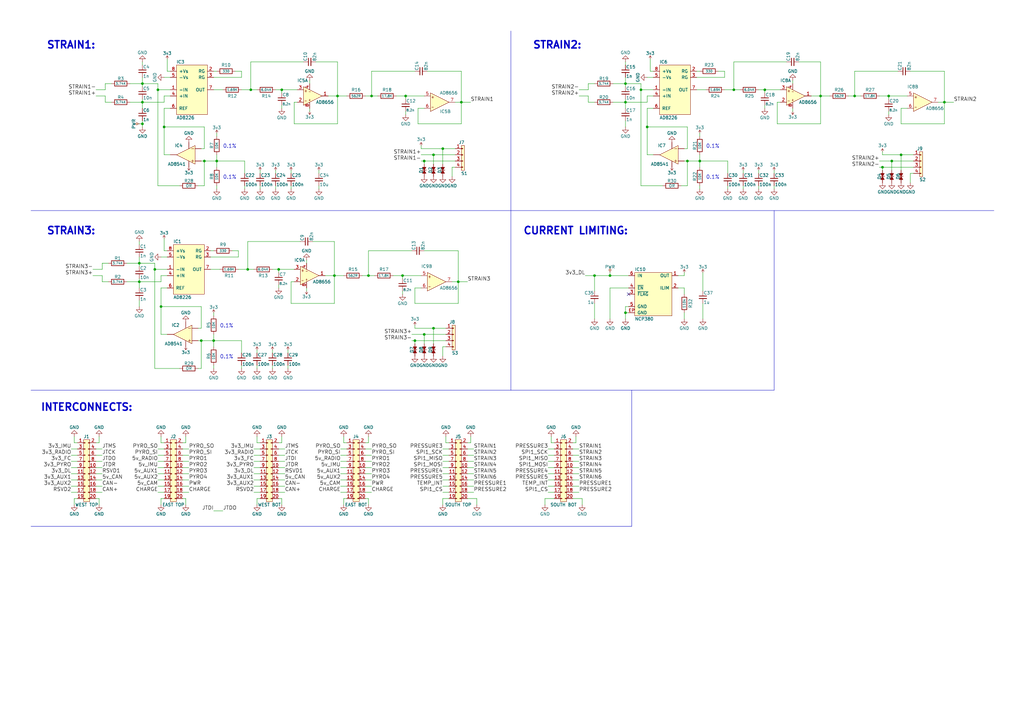
<source format=kicad_sch>
(kicad_sch (version 20230121) (generator eeschema)
  (paper "A3")
  (title_block (title "m3dl - Strain 1 - 3") (date "2016-06-11") (rev "1") (company "Cambridge University Space Flight") (comment 1 "Matt Coates"))
  (junction (at 137.16 113.03))
  (junction (at 67.31 52.07))
  (junction (at 177.8 134.62))
  (junction (at 165.1 113.03))
  (junction (at 173.99 137.16))
  (junction (at 189.23 41.91))
  (junction (at 166.37 39.37))
  (junction (at 256.54 41.91))
  (junction (at 57.15 107.95))
  (junction (at 63.5 110.49))
  (junction (at 58.42 41.91))
  (junction (at 300.99 36.83))
  (junction (at 115.57 36.83))
  (junction (at 313.69 36.83))
  (junction (at 181.61 60.96))
  (junction (at 170.18 139.7))
  (junction (at 262.89 36.83))
  (junction (at 57.15 115.57))
  (junction (at 364.49 39.37))
  (junction (at 83.82 66.04))
  (junction (at 114.3 110.49))
  (junction (at 151.13 113.03))
  (junction (at 281.94 66.04))
  (junction (at 369.57 63.5))
  (junction (at 256.54 128.27))
  (junction (at 177.8 63.5))
  (junction (at 58.42 34.29))
  (junction (at 152.4 39.37))
  (junction (at 187.96 115.57))
  (junction (at 265.43 52.07))
  (junction (at 82.55 139.7))
  (junction (at 88.9 66.04))
  (junction (at 350.52 39.37))
  (junction (at 101.6 110.49))
  (junction (at 256.54 34.29))
  (junction (at 87.63 139.7))
  (junction (at 173.99 66.04))
  (junction (at 64.77 36.83))
  (junction (at 66.04 125.73))
  (junction (at 336.55 39.37))
  (junction (at 287.02 66.04))
  (junction (at 58.42 50.8))
  (junction (at 387.35 41.91))
  (junction (at 243.84 113.03))
  (junction (at 102.87 36.83))
  (junction (at 361.95 68.58))
  (junction (at 365.76 66.04))
  (junction (at 250.19 113.03))
  (junction (at 138.43 39.37))
  (no_connect (at 257.81 120.65))
  (wire (pts (xy 280.67 66.04) (xy 281.94 66.04)))
  (wire (pts (xy 149.86 201.93) (xy 152.4 201.93)))
  (wire (pts (xy 30.48 181.61) (xy 31.75 181.61)))
  (wire (pts (xy 189.23 41.91) (xy 193.04 41.91)))
  (wire (pts (xy 77.47 186.69) (xy 74.93 186.69)))
  (wire (pts (xy 285.75 29.21) (xy 287.02 29.21)))
  (wire (pts (xy 133.35 113.03) (xy 137.16 113.03)))
  (wire (pts (xy 285.75 36.83) (xy 289.56 36.83)))
  (wire (pts (xy 64.77 201.93) (xy 67.31 201.93)))
  (wire (pts (xy 128.27 99.06) (xy 137.16 99.06)))
  (wire (pts (xy 58.42 31.75) (xy 58.42 34.29)))
  (wire (pts (xy 115.57 204.47) (xy 115.57 207.01)))
  (wire (pts (xy 67.31 189.23) (xy 64.77 189.23)))
  (wire (pts (xy 82.55 125.73) (xy 66.04 125.73)))
  (wire (pts (xy 115.57 44.45) (xy 115.57 43.18)))
  (wire (pts (xy 365.76 69.85) (xy 365.76 66.04)))
  (wire (pts (xy 138.43 39.37) (xy 142.24 39.37)))
  (wire (pts (xy 142.24 189.23) (xy 139.7 189.23)))
  (wire (pts (xy 250.19 113.03) (xy 250.19 111.76)))
  (wire (pts (xy 31.75 186.69) (xy 29.21 186.69)))
  (wire (pts (xy 281.94 60.96) (xy 281.94 52.07)))
  (wire (pts (xy 139.7 201.93) (xy 142.24 201.93)))
  (wire (pts (xy 238.76 204.47) (xy 238.76 207.01)))
  (wire (pts (xy 194.31 186.69) (xy 191.77 186.69)))
  (wire (pts (xy 114.3 204.47) (xy 115.57 204.47)))
  (wire (pts (xy 369.57 69.85) (xy 369.57 63.5)))
  (wire (pts (xy 57.15 123.19) (xy 57.15 125.73)))
  (wire (pts (xy 43.18 41.91) (xy 43.18 39.37)))
  (wire (pts (xy 64.77 36.83) (xy 69.85 36.83)))
  (wire (pts (xy 74.93 204.47) (xy 76.2 204.47)))
  (wire (pts (xy 102.87 36.83) (xy 105.41 36.83)))
  (wire (pts (xy 287.02 63.5) (xy 287.02 66.04)))
  (wire (pts (xy 191.77 189.23) (xy 194.31 189.23)))
  (wire (pts (xy 66.04 115.57) (xy 66.04 113.03)))
  (wire (pts (xy 195.58 204.47) (xy 195.58 207.01)))
  (wire (pts (xy 57.15 115.57) (xy 57.15 118.11)))
  (wire (pts (xy 165.1 113.03) (xy 165.1 114.3)))
  (wire (pts (xy 138.43 25.4) (xy 138.43 39.37)))
  (wire (pts (xy 173.99 44.45) (xy 171.45 44.45)))
  (wire (pts (xy 287.02 66.04) (xy 298.45 66.04)))
  (wire (pts (xy 87.63 128.27) (xy 87.63 129.54)))
  (wire (pts (xy 236.22 181.61) (xy 234.95 181.61)))
  (wire (pts (xy 58.42 25.4) (xy 58.42 26.67)))
  (wire (pts (xy 88.9 76.2) (xy 88.9 77.47)))
  (wire (pts (xy 278.13 118.11) (xy 280.67 118.11)))
  (wire (pts (xy 83.82 76.2) (xy 83.82 66.04)))
  (wire (pts (xy 297.18 29.21) (xy 294.64 29.21)))
  (wire (pts (xy 82.55 60.96) (xy 83.82 60.96)))
  (wire (pts (xy 99.06 139.7) (xy 99.06 144.78)))
  (wire (pts (xy 184.15 199.39) (xy 181.61 199.39)))
  (wire (pts (xy 87.63 149.86) (xy 87.63 151.13)))
  (wire (pts (xy 185.42 115.57) (xy 187.96 115.57)))
  (wire (pts (xy 224.79 196.85) (xy 227.33 196.85)))
  (wire (pts (xy 189.23 41.91) (xy 189.23 29.21)))
  (wire (pts (xy 40.64 181.61) (xy 39.37 181.61)))
  (wire (pts (xy 226.06 181.61) (xy 227.33 181.61)))
  (wire (pts (xy 101.6 110.49) (xy 101.6 99.06)))
  (wire (pts (xy 67.31 44.45) (xy 69.85 44.45)))
  (wire (pts (xy 39.37 204.47) (xy 40.64 204.47)))
  (wire (pts (xy 279.4 76.2) (xy 281.94 76.2)))
  (wire (pts (xy 181.61 186.69) (xy 184.15 186.69)))
  (wire (pts (xy 151.13 113.03) (xy 153.67 113.03)))
  (wire (pts (xy 171.45 44.45) (xy 171.45 50.8)))
  (wire (pts (xy 57.15 115.57) (xy 66.04 115.57)))
  (wire (pts (xy 127 33.02) (xy 127 34.29)))
  (wire (pts (xy 364.49 39.37) (xy 364.49 40.64)))
  (wire (pts (xy 318.77 50.8) (xy 336.55 50.8)))
  (wire (pts (xy 67.31 194.31) (xy 64.77 194.31)))
  (wire (pts (xy 120.65 50.8) (xy 138.43 50.8)))
  (wire (pts (xy 97.79 105.41) (xy 97.79 102.87)))
  (wire (pts (xy 191.77 196.85) (xy 194.31 196.85)))
  (wire (pts (xy 151.13 179.07) (xy 151.13 181.61)))
  (wire (pts (xy 257.81 125.73) (xy 256.54 125.73)))
  (wire (pts (xy 237.49 199.39) (xy 234.95 199.39)))
  (wire (pts (xy 81.28 139.7) (xy 82.55 139.7)))
  (wire (pts (xy 119.38 124.46) (xy 137.16 124.46)))
  (wire (pts (xy 111.76 110.49) (xy 114.3 110.49)))
  (wire (pts (xy 266.7 24.13) (xy 266.7 29.21)))
  (wire (pts (xy 256.54 41.91) (xy 265.43 41.91)))
  (wire (pts (xy 100.33 77.47) (xy 100.33 76.2)))
  (wire (pts (xy 88.9 66.04) (xy 88.9 68.58)))
  (wire (pts (xy 57.15 105.41) (xy 57.15 107.95)))
  (wire (pts (xy 114.3 110.49) (xy 120.65 110.49)))
  (wire (pts (xy 106.68 196.85) (xy 104.14 196.85)))
  (wire (pts (xy 64.77 76.2) (xy 73.66 76.2)))
  (wire (pts (xy 278.13 113.03) (xy 280.67 113.03)))
  (wire (pts (xy 31.75 194.31) (xy 29.21 194.31)))
  (wire (pts (xy 101.6 99.06) (xy 123.19 99.06)))
  (wire (pts (xy 300.99 25.4) (xy 322.58 25.4)))
  (wire (pts (xy 336.55 39.37) (xy 336.55 50.8)))
  (wire (pts (xy 66.04 105.41) (xy 68.58 105.41)))
  (wire (pts (xy 86.36 110.49) (xy 90.17 110.49)))
  (wire (pts (xy 137.16 113.03) (xy 140.97 113.03)))
  (wire (pts (xy 40.64 179.07) (xy 40.64 181.61)))
  (wire (pts (xy 114.3 201.93) (xy 116.84 201.93)))
  (wire (pts (xy 287.02 54.61) (xy 287.02 55.88)))
  (wire (pts (xy 241.3 34.29) (xy 241.3 36.83)))
  (wire (pts (xy 127 44.45) (xy 127 45.72)))
  (wire (pts (xy 68.58 29.21) (xy 69.85 29.21)))
  (wire (pts (xy 234.95 196.85) (xy 237.49 196.85)))
  (wire (pts (xy 44.45 115.57) (xy 41.91 115.57)))
  (wire (pts (xy 139.7 191.77) (xy 142.24 191.77)))
  (wire (pts (xy 288.29 124.46) (xy 288.29 130.81)))
  (wire (pts (xy 87.63 36.83) (xy 91.44 36.83)))
  (wire (pts (xy 256.54 34.29) (xy 262.89 34.29)))
  (wire (pts (xy 234.95 204.47) (xy 238.76 204.47)))
  (wire (pts (xy 187.96 115.57) (xy 187.96 102.87)))
  (wire (pts (xy 281.94 76.2) (xy 281.94 66.04)))
  (wire (pts (xy 99.06 31.75) (xy 99.06 29.21)))
  (wire (pts (xy 288.29 119.38) (xy 288.29 111.76)))
  (wire (pts (xy 265.43 39.37) (xy 267.97 39.37)))
  (wire (pts (xy 149.86 196.85) (xy 152.4 196.85)))
  (wire (pts (xy 58.42 34.29) (xy 58.42 35.56)))
  (wire (pts (xy 63.5 107.95) (xy 63.5 110.49)))
  (wire (pts (xy 285.75 31.75) (xy 297.18 31.75)))
  (polyline (pts (xy 12.7 160.02) (xy 317.5 160.02)))
  (wire (pts (xy 43.18 36.83) (xy 39.37 36.83)))
  (wire (pts (xy 166.37 45.72) (xy 166.37 46.99)))
  (wire (pts (xy 151.13 102.87) (xy 168.91 102.87)))
  (wire (pts (xy 298.45 77.47) (xy 298.45 76.2)))
  (wire (pts (xy 361.95 63.5) (xy 369.57 63.5)))
  (wire (pts (xy 87.63 139.7) (xy 99.06 139.7)))
  (wire (pts (xy 189.23 50.8) (xy 189.23 41.91)))
  (wire (pts (xy 170.18 139.7) (xy 182.88 139.7)))
  (wire (pts (xy 41.91 107.95) (xy 41.91 110.49)))
  (wire (pts (xy 181.61 142.24) (xy 182.88 142.24)))
  (wire (pts (xy 83.82 52.07) (xy 67.31 52.07)))
  (wire (pts (xy 66.04 118.11) (xy 68.58 118.11)))
  (wire (pts (xy 104.14 199.39) (xy 106.68 199.39)))
  (wire (pts (xy 181.61 146.05) (xy 181.61 142.24)))
  (wire (pts (xy 67.31 204.47) (xy 66.04 204.47)))
  (wire (pts (xy 31.75 204.47) (xy 30.48 204.47)))
  (wire (pts (xy 43.18 34.29) (xy 43.18 36.83)))
  (wire (pts (xy 29.21 199.39) (xy 31.75 199.39)))
  (wire (pts (xy 134.62 39.37) (xy 138.43 39.37)))
  (wire (pts (xy 114.3 118.11) (xy 114.3 116.84)))
  (wire (pts (xy 387.35 50.8) (xy 387.35 41.91)))
  (wire (pts (xy 280.67 118.11) (xy 280.67 120.65)))
  (wire (pts (xy 151.13 204.47) (xy 151.13 207.01)))
  (wire (pts (xy 387.35 41.91) (xy 387.35 29.21)))
  (wire (pts (xy 265.43 52.07) (xy 265.43 63.5)))
  (wire (pts (xy 111.76 149.86) (xy 111.76 151.13)))
  (wire (pts (xy 106.68 69.85) (xy 106.68 71.12)))
  (wire (pts (xy 387.35 41.91) (xy 391.16 41.91)))
  (wire (pts (xy 185.42 72.39) (xy 185.42 68.58)))
  (wire (pts (xy 67.31 39.37) (xy 69.85 39.37)))
  (wire (pts (xy 320.04 41.91) (xy 318.77 41.91)))
  (wire (pts (xy 81.28 151.13) (xy 82.55 151.13)))
  (wire (pts (xy 142.24 199.39) (xy 139.7 199.39)))
  (wire (pts (xy 77.47 199.39) (xy 74.93 199.39)))
  (wire (pts (xy 114.3 186.69) (xy 116.84 186.69)))
  (wire (pts (xy 194.31 191.77) (xy 191.77 191.77)))
  (wire (pts (xy 67.31 199.39) (xy 64.77 199.39)))
  (wire (pts (xy 336.55 25.4) (xy 336.55 39.37)))
  (wire (pts (xy 100.33 66.04) (xy 100.33 71.12)))
  (wire (pts (xy 106.68 186.69) (xy 104.14 186.69)))
  (wire (pts (xy 347.98 39.37) (xy 350.52 39.37)))
  (wire (pts (xy 105.41 179.07) (xy 105.41 181.61)))
  (wire (pts (xy 58.42 49.53) (xy 58.42 50.8)))
  (wire (pts (xy 336.55 39.37) (xy 340.36 39.37)))
  (wire (pts (xy 138.43 39.37) (xy 138.43 50.8)))
  (wire (pts (xy 66.04 113.03) (xy 68.58 113.03)))
  (wire (pts (xy 193.04 181.61) (xy 191.77 181.61)))
  (wire (pts (xy 304.8 69.85) (xy 304.8 71.12)))
  (wire (pts (xy 361.95 63.5) (xy 361.95 62.23)))
  (wire (pts (xy 318.77 41.91) (xy 318.77 50.8)))
  (wire (pts (xy 99.06 29.21) (xy 96.52 29.21)))
  (wire (pts (xy 139.7 196.85) (xy 142.24 196.85)))
  (wire (pts (xy 177.8 63.5) (xy 186.69 63.5)))
  (wire (pts (xy 313.69 36.83) (xy 320.04 36.83)))
  (wire (pts (xy 250.19 118.11) (xy 257.81 118.11)))
  (wire (pts (xy 149.86 194.31) (xy 152.4 194.31)))
  (wire (pts (xy 311.15 76.2) (xy 311.15 77.47)))
  (wire (pts (xy 120.65 41.91) (xy 120.65 50.8)))
  (wire (pts (xy 172.72 66.04) (xy 173.99 66.04)))
  (wire (pts (xy 369.57 44.45) (xy 369.57 50.8)))
  (wire (pts (xy 58.42 41.91) (xy 58.42 44.45)))
  (wire (pts (xy 181.61 191.77) (xy 184.15 191.77)))
  (wire (pts (xy 63.5 110.49) (xy 68.58 110.49)))
  (wire (pts (xy 64.77 34.29) (xy 64.77 36.83)))
  (wire (pts (xy 168.91 139.7) (xy 170.18 139.7)))
  (wire (pts (xy 226.06 179.07) (xy 226.06 181.61)))
  (wire (pts (xy 67.31 52.07) (xy 67.31 63.5)))
  (wire (pts (xy 325.12 44.45) (xy 325.12 45.72)))
  (wire (pts (xy 237.49 191.77) (xy 234.95 191.77)))
  (wire (pts (xy 262.89 36.83) (xy 262.89 76.2)))
  (wire (pts (xy 191.77 194.31) (xy 194.31 194.31)))
  (wire (pts (xy 170.18 118.11) (xy 170.18 124.46)))
  (wire (pts (xy 170.18 134.62) (xy 177.8 134.62)))
  (wire (pts (xy 298.45 66.04) (xy 298.45 71.12)))
  (wire (pts (xy 140.97 204.47) (xy 140.97 207.01)))
  (wire (pts (xy 31.75 201.93) (xy 29.21 201.93)))
  (wire (pts (xy 113.03 69.85) (xy 113.03 71.12)))
  (wire (pts (xy 250.19 113.03) (xy 257.81 113.03)))
  (wire (pts (xy 387.35 29.21) (xy 373.38 29.21)))
  (wire (pts (xy 41.91 115.57) (xy 41.91 113.03)))
  (wire (pts (xy 281.94 66.04) (xy 287.02 66.04)))
  (wire (pts (xy 66.04 204.47) (xy 66.04 207.01)))
  (wire (pts (xy 243.84 34.29) (xy 241.3 34.29)))
  (wire (pts (xy 317.5 77.47) (xy 317.5 76.2)))
  (wire (pts (xy 76.2 181.61) (xy 74.93 181.61)))
  (wire (pts (xy 166.37 39.37) (xy 173.99 39.37)))
  (wire (pts (xy 81.28 76.2) (xy 83.82 76.2)))
  (wire (pts (xy 184.15 194.31) (xy 181.61 194.31)))
  (wire (pts (xy 115.57 179.07) (xy 115.57 181.61)))
  (wire (pts (xy 114.3 199.39) (xy 116.84 199.39)))
  (wire (pts (xy 39.37 201.93) (xy 41.91 201.93)))
  (wire (pts (xy 173.99 66.04) (xy 186.69 66.04)))
  (wire (pts (xy 152.4 191.77) (xy 149.86 191.77)))
  (wire (pts (xy 243.84 124.46) (xy 243.84 130.81)))
  (wire (pts (xy 234.95 194.31) (xy 237.49 194.31)))
  (wire (pts (xy 63.5 110.49) (xy 63.5 151.13)))
  (wire (pts (xy 256.54 128.27) (xy 256.54 130.81)))
  (polyline (pts (xy 209.55 12.7) (xy 209.55 160.02)))
  (wire (pts (xy 170.18 124.46) (xy 187.96 124.46)))
  (wire (pts (xy 139.7 186.69) (xy 142.24 186.69)))
  (wire (pts (xy 58.42 34.29) (xy 64.77 34.29)))
  (wire (pts (xy 297.18 36.83) (xy 300.99 36.83)))
  (wire (pts (xy 39.37 194.31) (xy 41.91 194.31)))
  (wire (pts (xy 304.8 76.2) (xy 304.8 77.47)))
  (wire (pts (xy 105.41 204.47) (xy 105.41 207.01)))
  (wire (pts (xy 241.3 39.37) (xy 237.49 39.37)))
  (wire (pts (xy 311.15 36.83) (xy 313.69 36.83)))
  (wire (pts (xy 185.42 68.58) (xy 186.69 68.58)))
  (wire (pts (xy 251.46 34.29) (xy 256.54 34.29)))
  (polyline (pts (xy 259.08 215.9) (xy 12.7 215.9)))
  (wire (pts (xy 234.95 184.15) (xy 237.49 184.15)))
  (wire (pts (xy 114.3 196.85) (xy 116.84 196.85)))
  (wire (pts (xy 181.61 196.85) (xy 184.15 196.85)))
  (wire (pts (xy 82.55 66.04) (xy 83.82 66.04)))
  (polyline (pts (xy 12.7 86.36) (xy 407.67 86.36)))
  (wire (pts (xy 63.5 151.13) (xy 73.66 151.13)))
  (wire (pts (xy 45.72 34.29) (xy 43.18 34.29)))
  (wire (pts (xy 87.63 29.21) (xy 88.9 29.21)))
  (wire (pts (xy 97.79 102.87) (xy 95.25 102.87)))
  (wire (pts (xy 142.24 184.15) (xy 139.7 184.15)))
  (wire (pts (xy 81.28 134.62) (xy 82.55 134.62)))
  (wire (pts (xy 317.5 69.85) (xy 317.5 71.12)))
  (wire (pts (xy 102.87 36.83) (xy 102.87 25.4)))
  (wire (pts (xy 30.48 179.07) (xy 30.48 181.61)))
  (wire (pts (xy 240.03 113.03) (xy 243.84 113.03)))
  (wire (pts (xy 165.1 119.38) (xy 165.1 120.65)))
  (wire (pts (xy 74.93 194.31) (xy 77.47 194.31)))
  (wire (pts (xy 66.04 137.16) (xy 68.58 137.16)))
  (wire (pts (xy 171.45 50.8) (xy 189.23 50.8)))
  (wire (pts (xy 41.91 113.03) (xy 38.1 113.03)))
  (wire (pts (xy 114.3 110.49) (xy 114.3 111.76)))
  (wire (pts (xy 372.11 44.45) (xy 369.57 44.45)))
  (wire (pts (xy 88.9 63.5) (xy 88.9 66.04)))
  (wire (pts (xy 181.61 201.93) (xy 184.15 201.93)))
  (wire (pts (xy 300.99 36.83) (xy 303.53 36.83)))
  (wire (pts (xy 173.99 67.31) (xy 173.99 66.04)))
  (wire (pts (xy 373.38 74.93) (xy 373.38 71.12)))
  (wire (pts (xy 119.38 115.57) (xy 119.38 124.46)))
  (wire (pts (xy 350.52 39.37) (xy 353.06 39.37)))
  (wire (pts (xy 99.06 36.83) (xy 102.87 36.83)))
  (wire (pts (xy 369.57 63.5) (xy 374.65 63.5)))
  (wire (pts (xy 173.99 137.16) (xy 182.88 137.16)))
  (wire (pts (xy 360.68 66.04) (xy 365.76 66.04)))
  (wire (pts (xy 76.2 179.07) (xy 76.2 181.61)))
  (wire (pts (xy 265.43 44.45) (xy 265.43 52.07)))
  (wire (pts (xy 76.2 204.47) (xy 76.2 207.01)))
  (wire (pts (xy 311.15 69.85) (xy 311.15 71.12)))
  (wire (pts (xy 256.54 34.29) (xy 256.54 35.56)))
  (wire (pts (xy 300.99 36.83) (xy 300.99 25.4)))
  (wire (pts (xy 87.63 137.16) (xy 87.63 139.7)))
  (wire (pts (xy 74.93 189.23) (xy 77.47 189.23)))
  (wire (pts (xy 64.77 196.85) (xy 67.31 196.85)))
  (wire (pts (xy 105.41 181.61) (xy 106.68 181.61)))
  (wire (pts (xy 257.81 128.27) (xy 256.54 128.27)))
  (wire (pts (xy 97.79 110.49) (xy 101.6 110.49)))
  (wire (pts (xy 114.3 189.23) (xy 116.84 189.23)))
  (wire (pts (xy 186.69 41.91) (xy 189.23 41.91)))
  (wire (pts (xy 121.92 41.91) (xy 120.65 41.91)))
  (wire (pts (xy 237.49 186.69) (xy 234.95 186.69)))
  (wire (pts (xy 287.02 76.2) (xy 287.02 77.47)))
  (wire (pts (xy 243.84 41.91) (xy 241.3 41.91)))
  (wire (pts (xy 82.55 139.7) (xy 87.63 139.7)))
  (wire (pts (xy 39.37 199.39) (xy 41.91 199.39)))
  (wire (pts (xy 57.15 107.95) (xy 57.15 109.22)))
  (wire (pts (xy 350.52 39.37) (xy 350.52 29.21)))
  (wire (pts (xy 187.96 124.46) (xy 187.96 115.57)))
  (wire (pts (xy 265.43 63.5) (xy 267.97 63.5)))
  (wire (pts (xy 129.54 25.4) (xy 138.43 25.4)))
  (wire (pts (xy 262.89 76.2) (xy 271.78 76.2)))
  (wire (pts (xy 57.15 99.06) (xy 57.15 100.33)))
  (wire (pts (xy 256.54 40.64) (xy 256.54 41.91)))
  (wire (pts (xy 77.47 191.77) (xy 74.93 191.77)))
  (wire (pts (xy 41.91 110.49) (xy 38.1 110.49)))
  (wire (pts (xy 234.95 189.23) (xy 237.49 189.23)))
  (wire (pts (xy 181.61 67.31) (xy 181.61 60.96)))
  (polyline (pts (xy 259.08 160.02) (xy 259.08 215.9)))
  (wire (pts (xy 39.37 191.77) (xy 41.91 191.77)))
  (wire (pts (xy 114.3 191.77) (xy 116.84 191.77)))
  (wire (pts (xy 140.97 181.61) (xy 142.24 181.61)))
  (wire (pts (xy 67.31 63.5) (xy 69.85 63.5)))
  (wire (pts (xy 45.72 41.91) (xy 43.18 41.91)))
  (wire (pts (xy 64.77 36.83) (xy 64.77 76.2)))
  (wire (pts (xy 193.04 179.07) (xy 193.04 181.61)))
  (wire (pts (xy 364.49 45.72) (xy 364.49 46.99)))
  (wire (pts (xy 151.13 113.03) (xy 151.13 102.87)))
  (wire (pts (xy 161.29 113.03) (xy 165.1 113.03)))
  (wire (pts (xy 106.68 76.2) (xy 106.68 77.47)))
  (wire (pts (xy 149.86 184.15) (xy 152.4 184.15)))
  (wire (pts (xy 243.84 113.03) (xy 250.19 113.03)))
  (wire (pts (xy 83.82 60.96) (xy 83.82 52.07)))
  (wire (pts (xy 39.37 186.69) (xy 41.91 186.69)))
  (wire (pts (xy 265.43 44.45) (xy 267.97 44.45)))
  (wire (pts (xy 162.56 39.37) (xy 166.37 39.37)))
  (wire (pts (xy 360.68 68.58) (xy 361.95 68.58)))
  (wire (pts (xy 361.95 68.58) (xy 374.65 68.58)))
  (wire (pts (xy 53.34 34.29) (xy 58.42 34.29)))
  (wire (pts (xy 182.88 181.61) (xy 184.15 181.61)))
  (wire (pts (xy 256.54 41.91) (xy 256.54 44.45)))
  (wire (pts (xy 39.37 196.85) (xy 41.91 196.85)))
  (wire (pts (xy 58.42 50.8) (xy 58.42 52.07)))
  (wire (pts (xy 58.42 40.64) (xy 58.42 41.91)))
  (wire (pts (xy 191.77 184.15) (xy 194.31 184.15)))
  (wire (pts (xy 256.54 25.4) (xy 256.54 26.67)))
  (wire (pts (xy 332.74 39.37) (xy 336.55 39.37)))
  (wire (pts (xy 227.33 191.77) (xy 224.79 191.77)))
  (wire (pts (xy 125.73 118.11) (xy 125.73 119.38)))
  (wire (pts (xy 74.93 201.93) (xy 77.47 201.93)))
  (wire (pts (xy 194.31 199.39) (xy 191.77 199.39)))
  (wire (pts (xy 148.59 113.03) (xy 151.13 113.03)))
  (wire (pts (xy 182.88 179.07) (xy 182.88 181.61)))
  (wire (pts (xy 140.97 179.07) (xy 140.97 181.61)))
  (wire (pts (xy 262.89 34.29) (xy 262.89 36.83)))
  (wire (pts (xy 325.12 33.02) (xy 325.12 34.29)))
  (wire (pts (xy 87.63 209.55) (xy 91.44 209.55)))
  (wire (pts (xy 67.31 184.15) (xy 64.77 184.15)))
  (wire (pts (xy 66.04 181.61) (xy 67.31 181.61)))
  (wire (pts (xy 152.4 39.37) (xy 154.94 39.37)))
  (wire (pts (xy 57.15 114.3) (xy 57.15 115.57)))
  (wire (pts (xy 223.52 204.47) (xy 223.52 207.01)))
  (wire (pts (xy 149.86 189.23) (xy 152.4 189.23)))
  (wire (pts (xy 137.16 113.03) (xy 137.16 124.46)))
  (wire (pts (xy 227.33 199.39) (xy 224.79 199.39)))
  (wire (pts (xy 369.57 50.8) (xy 387.35 50.8)))
  (wire (pts (xy 82.55 151.13) (xy 82.55 139.7)))
  (wire (pts (xy 313.69 36.83) (xy 313.69 38.1)))
  (wire (pts (xy 360.68 39.37) (xy 364.49 39.37)))
  (wire (pts (xy 119.38 69.85) (xy 119.38 71.12)))
  (wire (pts (xy 224.79 201.93) (xy 227.33 201.93)))
  (wire (pts (xy 266.7 29.21) (xy 267.97 29.21)))
  (wire (pts (xy 125.73 106.68) (xy 125.73 107.95)))
  (wire (pts (xy 280.67 60.96) (xy 281.94 60.96)))
  (polyline (pts (xy 317.5 160.02) (xy 317.5 86.36)))
  (wire (pts (xy 224.79 194.31) (xy 227.33 194.31)))
  (wire (pts (xy 86.36 102.87) (xy 87.63 102.87)))
  (wire (pts (xy 327.66 25.4) (xy 336.55 25.4)))
  (wire (pts (xy 170.18 140.97) (xy 170.18 139.7)))
  (wire (pts (xy 130.81 69.85) (xy 130.81 71.12)))
  (wire (pts (xy 118.11 151.13) (xy 118.11 149.86)))
  (wire (pts (xy 105.41 143.51) (xy 105.41 144.78)))
  (wire (pts (xy 119.38 77.47) (xy 119.38 76.2)))
  (wire (pts (xy 234.95 201.93) (xy 237.49 201.93)))
  (wire (pts (xy 120.65 115.57) (xy 119.38 115.57)))
  (wire (pts (xy 44.45 107.95) (xy 41.91 107.95)))
  (wire (pts (xy 313.69 44.45) (xy 313.69 43.18)))
  (wire (pts (xy 236.22 179.07) (xy 236.22 181.61)))
  (wire (pts (xy 67.31 44.45) (xy 67.31 52.07)))
  (wire (pts (xy 115.57 181.61) (xy 114.3 181.61)))
  (wire (pts (xy 64.77 186.69) (xy 67.31 186.69)))
  (wire (pts (xy 256.54 49.53) (xy 256.54 52.07)))
  (wire (pts (xy 66.04 118.11) (xy 66.04 125.73)))
  (wire (pts (xy 281.94 52.07) (xy 265.43 52.07)))
  (wire (pts (xy 191.77 201.93) (xy 194.31 201.93)))
  (wire (pts (xy 39.37 184.15) (xy 41.91 184.15)))
  (wire (pts (xy 187.96 115.57) (xy 191.77 115.57)))
  (wire (pts (xy 227.33 184.15) (xy 224.79 184.15)))
  (wire (pts (xy 361.95 69.85) (xy 361.95 68.58)))
  (wire (pts (xy 31.75 191.77) (xy 29.21 191.77)))
  (wire (pts (xy 365.76 66.04) (xy 374.65 66.04)))
  (wire (pts (xy 31.75 196.85) (xy 29.21 196.85)))
  (wire (pts (xy 106.68 194.31) (xy 104.14 194.31)))
  (wire (pts (xy 287.02 66.04) (xy 287.02 68.58)))
  (wire (pts (xy 152.4 199.39) (xy 149.86 199.39)))
  (wire (pts (xy 66.04 125.73) (xy 66.04 137.16)))
  (wire (pts (xy 88.9 66.04) (xy 100.33 66.04)))
  (wire (pts (xy 172.72 118.11) (xy 170.18 118.11)))
  (wire (pts (xy 115.57 36.83) (xy 121.92 36.83)))
  (wire (pts (xy 181.61 204.47) (xy 184.15 204.47)))
  (wire (pts (xy 30.48 204.47) (xy 30.48 207.01)))
  (wire (pts (xy 106.68 184.15) (xy 104.14 184.15)))
  (wire (pts (xy 224.79 186.69) (xy 227.33 186.69)))
  (wire (pts (xy 152.4 29.21) (xy 170.18 29.21)))
  (wire (pts (xy 241.3 36.83) (xy 237.49 36.83)))
  (wire (pts (xy 106.68 191.77) (xy 104.14 191.77)))
  (wire (pts (xy 115.57 36.83) (xy 115.57 38.1)))
  (wire (pts (xy 31.75 184.15) (xy 29.21 184.15)))
  (wire (pts (xy 101.6 110.49) (xy 104.14 110.49)))
  (wire (pts (xy 99.06 151.13) (xy 99.06 149.86)))
  (wire (pts (xy 350.52 29.21) (xy 368.3 29.21)))
  (wire (pts (xy 31.75 189.23) (xy 29.21 189.23)))
  (wire (pts (xy 88.9 54.61) (xy 88.9 55.88)))
  (wire (pts (xy 243.84 119.38) (xy 243.84 113.03)))
  (wire (pts (xy 177.8 67.31) (xy 177.8 63.5)))
  (wire (pts (xy 181.61 60.96) (xy 186.69 60.96)))
  (wire (pts (xy 262.89 36.83) (xy 267.97 36.83)))
  (wire (pts (xy 168.91 137.16) (xy 173.99 137.16)))
  (wire (pts (xy 43.18 39.37) (xy 39.37 39.37)))
  (wire (pts (xy 151.13 181.61) (xy 149.86 181.61)))
  (wire (pts (xy 67.31 41.91) (xy 67.31 39.37)))
  (wire (pts (xy 66.04 179.07) (xy 66.04 181.61)))
  (wire (pts (xy 82.55 134.62) (xy 82.55 125.73)))
  (wire (pts (xy 149.86 39.37) (xy 152.4 39.37)))
  (wire (pts (xy 111.76 143.51) (xy 111.76 144.78)))
  (wire (pts (xy 57.15 107.95) (xy 63.5 107.95)))
  (wire (pts (xy 86.36 105.41) (xy 97.79 105.41)))
  (wire (pts (xy 67.31 102.87) (xy 68.58 102.87)))
  (wire (pts (xy 223.52 204.47) (xy 227.33 204.47)))
  (wire (pts (xy 106.68 189.23) (xy 104.14 189.23)))
  (wire (pts (xy 191.77 204.47) (xy 195.58 204.47)))
  (wire (pts (xy 166.37 39.37) (xy 166.37 40.64)))
  (wire (pts (xy 102.87 25.4) (xy 124.46 25.4)))
  (wire (pts (xy 67.31 31.75) (xy 69.85 31.75)))
  (wire (pts (xy 40.64 204.47) (xy 40.64 207.01)))
  (wire (pts (xy 152.4 39.37) (xy 152.4 29.21)))
  (wire (pts (xy 53.34 41.91) (xy 58.42 41.91)))
  (wire (pts (xy 68.58 24.13) (xy 68.58 29.21)))
  (wire (pts (xy 87.63 31.75) (xy 99.06 31.75)))
  (wire (pts (xy 114.3 184.15) (xy 116.84 184.15)))
  (wire (pts (xy 113.03 36.83) (xy 115.57 36.83)))
  (wire (pts (xy 114.3 194.31) (xy 116.84 194.31)))
  (wire (pts (xy 74.93 184.15) (xy 77.47 184.15)))
  (wire (pts (xy 149.86 204.47) (xy 151.13 204.47)))
  (wire (pts (xy 87.63 139.7) (xy 87.63 142.24)))
  (wire (pts (xy 106.68 204.47) (xy 105.41 204.47)))
  (wire (pts (xy 105.41 149.86) (xy 105.41 151.13)))
  (wire (pts (xy 39.37 189.23) (xy 41.91 189.23)))
  (wire (pts (xy 137.16 99.06) (xy 137.16 113.03)))
  (wire (pts (xy 172.72 63.5) (xy 177.8 63.5)))
  (wire (pts (xy 256.54 125.73) (xy 256.54 128.27)))
  (wire (pts (xy 297.18 31.75) (xy 297.18 29.21)))
  (wire (pts (xy 364.49 39.37) (xy 372.11 39.37)))
  (wire (pts (xy 170.18 134.62) (xy 170.18 133.35)))
  (wire (pts (xy 177.8 140.97) (xy 177.8 134.62)))
  (wire (pts (xy 172.72 60.96) (xy 181.61 60.96)))
  (wire (pts (xy 265.43 31.75) (xy 267.97 31.75)))
  (wire (pts (xy 172.72 60.96) (xy 172.72 59.69)))
  (wire (pts (xy 130.81 77.47) (xy 130.81 76.2)))
  (wire (pts (xy 251.46 41.91) (xy 256.54 41.91)))
  (wire (pts (xy 118.11 143.51) (xy 118.11 144.78)))
  (wire (pts (xy 227.33 189.23) (xy 224.79 189.23)))
  (wire (pts (xy 152.4 186.69) (xy 149.86 186.69)))
  (wire (pts (xy 250.19 130.81) (xy 250.19 118.11)))
  (wire (pts (xy 106.68 201.93) (xy 104.14 201.93)))
  (wire (pts (xy 83.82 66.04) (xy 88.9 66.04)))
  (wire (pts (xy 187.96 102.87) (xy 173.99 102.87)))
  (wire (pts (xy 74.93 196.85) (xy 77.47 196.85)))
  (wire (pts (xy 64.77 191.77) (xy 67.31 191.77)))
  (wire (pts (xy 113.03 76.2) (xy 113.03 77.47)))
  (wire (pts (xy 142.24 194.31) (xy 139.7 194.31)))
  (wire (pts (xy 280.67 113.03) (xy 280.67 111.76)))
  (wire (pts (xy 189.23 29.21) (xy 175.26 29.21)))
  (wire (pts (xy 57.15 50.8) (xy 58.42 50.8)))
  (wire (pts (xy 142.24 204.47) (xy 140.97 204.47)))
  (wire (pts (xy 165.1 113.03) (xy 172.72 113.03)))
  (wire (pts (xy 177.8 134.62) (xy 182.88 134.62)))
  (wire (pts (xy 181.61 204.47) (xy 181.61 207.01)))
  (wire (pts (xy 265.43 41.91) (xy 265.43 39.37)))
  (wire (pts (xy 67.31 97.79) (xy 67.31 102.87)))
  (wire (pts (xy 173.99 140.97) (xy 173.99 137.16)))
  (wire (pts (xy 52.07 115.57) (xy 57.15 115.57)))
  (wire (pts (xy 184.15 184.15) (xy 181.61 184.15)))
  (wire (pts (xy 58.42 41.91) (xy 67.31 41.91)))
  (wire (pts (xy 256.54 31.75) (xy 256.54 34.29)))
  (wire (pts (xy 241.3 41.91) (xy 241.3 39.37)))
  (wire (pts (xy 184.15 189.23) (xy 181.61 189.23)))
  (wire (pts (xy 373.38 71.12) (xy 374.65 71.12)))
  (wire (pts (xy 384.81 41.91) (xy 387.35 41.91)))
  (wire (pts (xy 52.07 107.95) (xy 57.15 107.95)))
  (wire (pts (xy 280.67 128.27) (xy 280.67 130.81)))
  (text "0.1%" (at 90.17 134.62 0) (effects (font (size 1.524 1.524)) (justify left bottom)))
  (text "0.1%" (at 90.17 147.32 0) (effects (font (size 1.524 1.524)) (justify left bottom)))
  (text "INTERCONNECTS:" (at 54.61 168.91 0) (effects (font (size 2.9972 2.9972) (thickness 0.5994) bold) (justify right bottom)))
  (text "0.1%" (at 91.44 60.96 0) (effects (font (size 1.524 1.524)) (justify left bottom)))
  (text "0.1%" (at 91.44 73.66 0) (effects (font (size 1.524 1.524)) (justify left bottom)))
  (text "0.1%" (at 289.56 60.96 0) (effects (font (size 1.524 1.524)) (justify left bottom)))
  (text "CURRENT LIMITING:" (at 257.81 96.52 0) (effects (font (size 2.9972 2.9972) (thickness 0.5994) bold) (justify right bottom)))
  (text "STRAIN3:" (at 39.37 96.52 0) (effects (font (size 2.9972 2.9972) (thickness 0.5994) bold) (justify right bottom)))
  (text "STRAIN2:" (at 238.76 20.32 0) (effects (font (size 2.9972 2.9972) (thickness 0.5994) bold) (justify right bottom)))
  (text "0.1%" (at 289.56 73.66 0) (effects (font (size 1.524 1.524)) (justify left bottom)))
  (text "STRAIN1:" (at 39.37 20.32 0) (effects (font (size 2.9972 2.9972) (thickness 0.5994) bold) (justify right bottom)))
  (label "SPI1_MISO" (at 224.79 189.23 180) (effects (font (size 1.524 1.524))))
  (label "PRESSURE4" (at 224.79 194.31 180) (effects (font (size 1.524 1.524))))
  (label "5v_RADIO" (at 64.77 189.23 180) (effects (font (size 1.524 1.524))))
  (label "RSVD1" (at 41.91 194.31 0) (effects (font (size 1.524 1.524))))
  (label "STRAIN2-" (at 237.49 36.83 180) (effects (font (size 1.524 1.524))))
  (label "STRAIN2" (at 194.31 186.69 0) (effects (font (size 1.524 1.524))))
  (label "STRAIN2" (at 237.49 186.69 0) (effects (font (size 1.524 1.524))))
  (label "5v_AUX2" (at 139.7 196.85 180) (effects (font (size 1.524 1.524))))
  (label "PYRO1" (at 152.4 189.23 0) (effects (font (size 1.524 1.524))))
  (label "STRAIN3" (at 191.77 115.57 0) (effects (font (size 1.524 1.524))))
  (label "3v3_DL" (at 104.14 194.31 180) (effects (font (size 1.524 1.524))))
  (label "STRAIN2-" (at 360.68 68.58 180) (effects (font (size 1.524 1.524))))
  (label "3v3_AUX1" (at 29.21 196.85 180) (effects (font (size 1.524 1.524))))
  (label "5v_AUX1" (at 139.7 194.31 180) (effects (font (size 1.524 1.524))))
  (label "CHARGE" (at 139.7 201.93 180) (effects (font (size 1.524 1.524))))
  (label "STRAIN1" (at 237.49 184.15 0) (effects (font (size 1.524 1.524))))
  (label "PYRO3" (at 152.4 194.31 0) (effects (font (size 1.524 1.524))))
  (label "SPI1_CS" (at 224.79 201.93 180) (effects (font (size 1.524 1.524))))
  (label "JTDI" (at 116.84 189.23 0) (effects (font (size 1.524 1.524))))
  (label "PRESSURE4" (at 181.61 194.31 180) (effects (font (size 1.524 1.524))))
  (label "3v3_PYRO" (at 29.21 191.77 180) (effects (font (size 1.524 1.524))))
  (label "STRAIN4" (at 194.31 191.77 0) (effects (font (size 1.524 1.524))))
  (label "CAN+" (at 116.84 201.93 0) (effects (font (size 1.524 1.524))))
  (label "PRESSURE3" (at 181.61 184.15 180) (effects (font (size 1.524 1.524))))
  (label "5v_CAN" (at 41.91 196.85 0) (effects (font (size 1.524 1.524))))
  (label "RSVD2" (at 29.21 201.93 180) (effects (font (size 1.524 1.524))))
  (label "CAN-" (at 41.91 199.39 0) (effects (font (size 1.524 1.524))))
  (label "SPI1_MISO" (at 181.61 189.23 180) (effects (font (size 1.524 1.524))))
  (label "STRAIN3+" (at 38.1 113.03 180) (effects (font (size 1.524 1.524))))
  (label "JTDR" (at 116.84 191.77 0) (effects (font (size 1.524 1.524))))
  (label "5v_AUX2" (at 64.77 196.85 180) (effects (font (size 1.524 1.524))))
  (label "5v_CAM" (at 139.7 199.39 180) (effects (font (size 1.524 1.524))))
  (label "5v_AUX1" (at 64.77 194.31 180) (effects (font (size 1.524 1.524))))
  (label "STRAIN5" (at 194.31 194.31 0) (effects (font (size 1.524 1.524))))
  (label "3v3_AUX2" (at 104.14 199.39 180) (effects (font (size 1.524 1.524))))
  (label "PRESSURE5" (at 224.79 196.85 180) (effects (font (size 1.524 1.524))))
  (label "PRESSURE2" (at 237.49 201.93 0) (effects (font (size 1.524 1.524))))
  (label "STRAIN2+" (at 237.49 39.37 180) (effects (font (size 1.524 1.524))))
  (label "JTCK" (at 116.84 186.69 0) (effects (font (size 1.524 1.524))))
  (label "CHARGE" (at 64.77 201.93 180) (effects (font (size 1.524 1.524))))
  (label "STRAIN3" (at 194.31 189.23 0) (effects (font (size 1.524 1.524))))
  (label "5v_IMU" (at 139.7 191.77 180) (effects (font (size 1.524 1.524))))
  (label "STRAIN6" (at 194.31 196.85 0) (effects (font (size 1.524 1.524))))
  (label "3v3_RADIO" (at 104.14 186.69 180) (effects (font (size 1.524 1.524))))
  (label "3v3_AUX1" (at 104.14 196.85 180) (effects (font (size 1.524 1.524))))
  (label "JTDO" (at 41.91 189.23 0) (effects (font (size 1.524 1.524))))
  (label "PYRO_SO" (at 64.77 184.15 180) (effects (font (size 1.524 1.524))))
  (label "CAN+" (at 41.91 201.93 0) (effects (font (size 1.524 1.524))))
  (label "PWR" (at 77.47 199.39 0) (effects (font (size 1.524 1.524))))
  (label "PYRO_SO" (at 152.4 184.15 0) (effects (font (size 1.524 1.524))))
  (label "STRAIN3-" (at 168.91 139.7 180) (effects (font (size 1.524 1.524))))
  (label "3v3_RADIO" (at 29.21 186.69 180) (effects (font (size 1.524 1.524))))
  (label "CHARGE" (at 77.47 201.93 0) (effects (font (size 1.524 1.524))))
  (label "PYRO4" (at 77.47 196.85 0) (effects (font (size 1.524 1.524))))
  (label "5v_CAM" (at 64.77 199.39 180) (effects (font (size 1.524 1.524))))
  (label "STRAIN2" (at 391.16 41.91 0) (effects (font (size 1.524 1.524))))
  (label "SPI1_SCK" (at 181.61 186.69 180) (effects (font (size 1.524 1.524))))
  (label "JTDO" (at 91.44 209.55 0) (effects (font (size 1.524 1.524))))
  (label "PYRO_SO" (at 139.7 184.15 180) (effects (font (size 1.524 1.524))))
  (label "PRESSURE5" (at 181.61 196.85 180) (effects (font (size 1.524 1.524))))
  (label "3v3_AUX2" (at 29.21 199.39 180) (effects (font (size 1.524 1.524))))
  (label "STRAIN6" (at 237.49 196.85 0) (effects (font (size 1.524 1.524))))
  (label "STRAIN1+" (at 39.37 39.37 180) (effects (font (size 1.524 1.524))))
  (label "3v3_FC" (at 104.14 189.23 180) (effects (font (size 1.524 1.524))))
  (label "PWR" (at 152.4 199.39 0) (effects (font (size 1.524 1.524))))
  (label "STRAIN3+" (at 168.91 137.16 180) (effects (font (size 1.524 1.524))))
  (label "PYRO_SI" (at 64.77 186.69 180) (effects (font (size 1.524 1.524))))
  (label "TEMP_INT" (at 224.79 199.39 180) (effects (font (size 1.524 1.524))))
  (label "5v_CAN" (at 116.84 196.85 0) (effects (font (size 1.524 1.524))))
  (label "SPI1_MOSI" (at 224.79 191.77 180) (effects (font (size 1.524 1.524))))
  (label "STRAIN1+" (at 172.72 63.5 180) (effects (font (size 1.524 1.524))))
  (label "STRAIN1" (at 194.31 184.15 0) (effects (font (size 1.524 1.524))))
  (label "STRAIN4" (at 237.49 191.77 0) (effects (font (size 1.524 1.524))))
  (label "JTMS" (at 41.91 184.15 0) (effects (font (size 1.524 1.524))))
  (label "3v3_IMU" (at 29.21 184.15 180) (effects (font (size 1.524 1.524))))
  (label "PRESSURE2" (at 194.31 201.93 0) (effects (font (size 1.524 1.524))))
  (label "STRAIN5" (at 237.49 194.31 0) (effects (font (size 1.524 1.524))))
  (label "PRESSURE1" (at 237.49 199.39 0) (effects (font (size 1.524 1.524))))
  (label "RSVD1" (at 116.84 194.31 0) (effects (font (size 1.524 1.524))))
  (label "3v3_IMU" (at 104.14 184.15 180) (effects (font (size 1.524 1.524))))
  (label "PYRO_SI" (at 152.4 186.69 0) (effects (font (size 1.524 1.524))))
  (label "JTMS" (at 116.84 184.15 0) (effects (font (size 1.524 1.524))))
  (label "PRESSURE1" (at 194.31 199.39 0) (effects (font (size 1.524 1.524))))
  (label "PYRO_SI" (at 77.47 186.69 0) (effects (font (size 1.524 1.524))))
  (label "CHARGE" (at 152.4 201.93 0) (effects (font (size 1.524 1.524))))
  (label "PRESSURE3" (at 224.79 184.15 180) (effects (font (size 1.524 1.524))))
  (label "PYRO3" (at 77.47 194.31 0) (effects (font (size 1.524 1.524))))
  (label "JTDI" (at 87.63 209.55 180) (effects (font (size 1.524 1.524))))
  (label "SPI1_CS" (at 181.61 201.93 180) (effects (font (size 1.524 1.524))))
  (label "PYRO_SI" (at 139.7 186.69 180) (effects (font (size 1.524 1.524))))
  (label "STRAIN3" (at 237.49 189.23 0) (effects (font (size 1.524 1.524))))
  (label "STRAIN1-" (at 172.72 66.04 180) (effects (font (size 1.524 1.524))))
  (label "3v3_DL" (at 29.21 194.31 180) (effects (font (size 1.524 1.524))))
  (label "PYRO2" (at 152.4 191.77 0) (effects (font (size 1.524 1.524))))
  (label "JTCK" (at 41.91 186.69 0) (effects (font (size 1.524 1.524))))
  (label "SPI1_SCK" (at 224.79 186.69 180) (effects (font (size 1.524 1.524))))
  (label "JTDR" (at 41.91 191.77 0) (effects (font (size 1.524 1.524))))
  (label "PYRO4" (at 152.4 196.85 0) (effects (font (size 1.524 1.524))))
  (label "STRAIN1" (at 193.04 41.91 0) (effects (font (size 1.524 1.524))))
  (label "PYRO1" (at 77.47 189.23 0) (effects (font (size 1.524 1.524))))
  (label "SPI1_MOSI" (at 181.61 191.77 180) (effects (font (size 1.524 1.524))))
  (label "3v3_PYRO" (at 104.14 191.77 180) (effects (font (size 1.524 1.524))))
  (label "5v_RADIO" (at 139.7 189.23 180) (effects (font (size 1.524 1.524))))
  (label "RSVD2" (at 104.14 201.93 180) (effects (font (size 1.524 1.524))))
  (label "CAN-" (at 116.84 199.39 0) (effects (font (size 1.524 1.524))))
  (label "TEMP_INT" (at 181.61 199.39 180) (effects (font (size 1.524 1.524))))
  (label "5v_IMU" (at 64.77 191.77 180) (effects (font (size 1.524 1.524))))
  (label "STRAIN1-" (at 39.37 36.83 180) (effects (font (size 1.524 1.524))))
  (label "PYRO2" (at 77.47 191.77 0) (effects (font (size 1.524 1.524))))
  (label "3v3_FC" (at 29.21 189.23 180) (effects (font (size 1.524 1.524))))
  (label "PYRO_SO" (at 77.47 184.15 0) (effects (font (size 1.524 1.524))))
  (label "STRAIN3-" (at 38.1 110.49 180) (effects (font (size 1.524 1.524))))
  (label "3v3_DL" (at 240.03 113.03 180) (effects (font (size 1.524 1.524))))
  (label "STRAIN2+" (at 360.68 66.04 180) (effects (font (size 1.524 1.524))))
  (symbol (lib_id "strain_1-3-rescue:CONN_02x10") (at 72.39 181.61 0) (unit 1)
    (property "Reference" "J2" (at 69.85 179.07 0) (effects (justify left)))
    (property "Value" "EAST TOP" (at 71.12 207.01 0))
    (property "Footprint" "agg:TFML-110-02-L-D" (effects hide))
  )
  (symbol (lib_id "strain_1-3-rescue:CONN_02x10") (at 147.32 181.61 0) (unit 1)
    (property "Reference" "J4" (at 144.78 179.07 0) (effects (justify left)))
    (property "Value" "EAST BOT" (at 146.05 207.01 0))
    (property "Footprint" "agg:SFML-110-02-L-D-LC" (effects hide))
  )
  (symbol (lib_id "strain_1-3-rescue:CONN_02x10") (at 36.83 181.61 0) (unit 1)
    (property "Reference" "J1" (at 34.29 179.07 0) (effects (justify left)))
    (property "Value" "WEST TOP" (at 35.56 207.01 0))
    (property "Footprint" "agg:TFML-110-02-L-D" (effects hide))
  )
  (symbol (lib_id "strain_1-3-rescue:CONN_02x10") (at 111.76 181.61 0) (unit 1)
    (property "Reference" "J3" (at 109.22 179.07 0) (effects (justify left)))
    (property "Value" "WEST BOT" (at 110.49 207.01 0))
    (property "Footprint" "agg:SFML-110-02-L-D-LC" (effects hide))
  )
  (symbol (lib_id "strain_1-3-rescue:GND") (at 76.2 207.01 0) (unit 1)
    (property "Reference" "#PWR01" (effects hide))
    (property "Value" "GND" (at 76.2 210.82 0))
  )
  (symbol (lib_id "strain_1-3-rescue:GND") (at 66.04 207.01 0) (unit 1)
    (property "Reference" "#PWR02" (effects hide))
    (property "Value" "GND" (at 66.04 210.82 0))
  )
  (symbol (lib_id "strain_1-3-rescue:GND") (at 40.64 207.01 0) (unit 1)
    (property "Reference" "#PWR03" (effects hide))
    (property "Value" "GND" (at 40.64 210.82 0))
  )
  (symbol (lib_id "strain_1-3-rescue:GND") (at 30.48 207.01 0) (unit 1)
    (property "Reference" "#PWR04" (effects hide))
    (property "Value" "GND" (at 30.48 210.82 0))
  )
  (symbol (lib_id "strain_1-3-rescue:GND") (at 30.48 179.07 180) (unit 1)
    (property "Reference" "#PWR05" (effects hide))
    (property "Value" "GND" (at 30.48 175.26 0))
  )
  (symbol (lib_id "strain_1-3-rescue:GND") (at 40.64 179.07 180) (unit 1)
    (property "Reference" "#PWR06" (effects hide))
    (property "Value" "GND" (at 40.64 175.26 0))
  )
  (symbol (lib_id "strain_1-3-rescue:GND") (at 66.04 179.07 180) (unit 1)
    (property "Reference" "#PWR07" (effects hide))
    (property "Value" "GND" (at 66.04 175.26 0))
  )
  (symbol (lib_id "strain_1-3-rescue:GND") (at 76.2 179.07 180) (unit 1)
    (property "Reference" "#PWR08" (effects hide))
    (property "Value" "GND" (at 76.2 175.26 0))
  )
  (symbol (lib_id "strain_1-3-rescue:GND") (at 105.41 207.01 0) (unit 1)
    (property "Reference" "#PWR09" (effects hide))
    (property "Value" "GND" (at 105.41 210.82 0))
  )
  (symbol (lib_id "strain_1-3-rescue:GND") (at 115.57 207.01 0) (unit 1)
    (property "Reference" "#PWR010" (effects hide))
    (property "Value" "GND" (at 115.57 210.82 0))
  )
  (symbol (lib_id "strain_1-3-rescue:GND") (at 140.97 207.01 0) (unit 1)
    (property "Reference" "#PWR011" (effects hide))
    (property "Value" "GND" (at 140.97 210.82 0))
  )
  (symbol (lib_id "strain_1-3-rescue:GND") (at 151.13 207.01 0) (unit 1)
    (property "Reference" "#PWR012" (effects hide))
    (property "Value" "GND" (at 151.13 210.82 0))
  )
  (symbol (lib_id "strain_1-3-rescue:GND") (at 105.41 179.07 180) (unit 1)
    (property "Reference" "#PWR013" (effects hide))
    (property "Value" "GND" (at 105.41 175.26 0))
  )
  (symbol (lib_id "strain_1-3-rescue:GND") (at 115.57 179.07 180) (unit 1)
    (property "Reference" "#PWR014" (effects hide))
    (property "Value" "GND" (at 115.57 175.26 0))
  )
  (symbol (lib_id "strain_1-3-rescue:GND") (at 140.97 179.07 180) (unit 1)
    (property "Reference" "#PWR015" (effects hide))
    (property "Value" "GND" (at 140.97 175.26 0))
  )
  (symbol (lib_id "strain_1-3-rescue:GND") (at 151.13 179.07 180) (unit 1)
    (property "Reference" "#PWR016" (effects hide))
    (property "Value" "GND" (at 151.13 175.26 0))
  )
  (symbol (lib_id "strain_1-3-rescue:R") (at 49.53 34.29 90) (unit 1)
    (property "Reference" "R3" (at 49.53 32.258 90))
    (property "Value" "3.74K" (at 49.53 34.29 90) (effects (font (size 0.9906 0.9906))))
    (property "Footprint" "Resistors_SMD:R_0603" (effects hide))
    (property "Farnell" "2059366" (effects hide))
  )
  (symbol (lib_id "strain_1-3-rescue:R") (at 49.53 41.91 90) (unit 1)
    (property "Reference" "R4" (at 49.53 39.878 90))
    (property "Value" "3.74K" (at 49.53 41.91 90) (effects (font (size 0.9906 0.9906))))
    (property "Footprint" "Resistors_SMD:R_0603" (effects hide))
    (property "Farnell" "2059366" (effects hide))
  )
  (symbol (lib_id "strain_1-3-rescue:C_Small") (at 58.42 38.1 0) (unit 1)
    (property "Reference" "C5" (at 58.674 36.322 0) (effects (justify left)))
    (property "Value" "10n" (at 58.674 40.132 0) (effects (justify left)))
    (property "Footprint" "Capacitors_SMD:C_0603" (effects hide))
    (property "Farnell" "1457729" (effects hide))
  )
  (symbol (lib_id "strain_1-3-rescue:C_Small") (at 58.42 29.21 0) (unit 1)
    (property "Reference" "C4" (at 58.674 27.432 0) (effects (justify left)))
    (property "Value" "1n" (at 58.674 31.242 0) (effects (justify left)))
    (property "Footprint" "Capacitors_SMD:C_0603" (effects hide))
    (property "Farnell" "1813443" (effects hide))
  )
  (symbol (lib_id "strain_1-3-rescue:C_Small") (at 58.42 46.99 0) (unit 1)
    (property "Reference" "C6" (at 58.674 45.212 0) (effects (justify left)))
    (property "Value" "1n" (at 58.674 49.022 0) (effects (justify left)))
    (property "Footprint" "Capacitors_SMD:C_0603" (effects hide))
    (property "Farnell" "1813443" (effects hide))
  )
  (symbol (lib_id "strain_1-3-rescue:GND") (at 58.42 25.4 180) (unit 1)
    (property "Reference" "#PWR017" (effects hide))
    (property "Value" "GND" (at 58.42 21.59 0))
  )
  (symbol (lib_id "strain_1-3-rescue:GND") (at 58.42 52.07 0) (unit 1)
    (property "Reference" "#PWR018" (effects hide))
    (property "Value" "GND" (at 58.42 55.88 0))
  )
  (symbol (lib_id "strain_1-3-rescue:R") (at 109.22 36.83 90) (unit 1)
    (property "Reference" "R14" (at 109.22 39.37 90))
    (property "Value" "6.04K" (at 109.22 36.83 90) (effects (font (size 0.9906 0.9906))))
    (property "Footprint" "Resistors_SMD:R_0603" (effects hide))
    (property "Farnell" "2059386" (effects hide))
  )
  (symbol (lib_id "strain_1-3-rescue:C_Small") (at 115.57 40.64 0) (unit 1)
    (property "Reference" "C8" (at 115.824 38.862 0) (effects (justify left)))
    (property "Value" "8.2n" (at 115.824 42.672 0) (effects (font (size 0.9906 0.9906)) (justify left)))
    (property "Footprint" "Capacitors_SMD:C_0603" (effects hide))
    (property "Farnell" "1865464" (effects hide))
  )
  (symbol (lib_id "strain_1-3-rescue:C_Small") (at 127 25.4 90) (unit 1)
    (property "Reference" "C10" (at 125.222 25.146 0) (effects (justify left)))
    (property "Value" "82n" (at 129.032 25.146 0) (effects (justify left)))
    (property "Footprint" "Capacitors_SMD:C_0603" (effects hide))
    (property "Farnell" "1865539" (effects hide))
  )
  (symbol (lib_id "strain_1-3-rescue:GND") (at 115.57 44.45 0) (unit 1)
    (property "Reference" "#PWR019" (effects hide))
    (property "Value" "GND" (at 115.57 48.26 0))
  )
  (symbol (lib_id "strain_1-3-rescue:3v3") (at 127 45.72 180) (unit 1)
    (property "Reference" "#PWR020" (effects hide))
    (property "Value" "3v3" (at 127 48.006 0))
  )
  (symbol (lib_id "strain_1-3-rescue:GND") (at 127 33.02 180) (unit 1)
    (property "Reference" "#PWR021" (effects hide))
    (property "Value" "GND" (at 127 29.21 0))
  )
  (symbol (lib_id "strain_1-3-rescue:R") (at 146.05 39.37 90) (mirror x) (unit 1)
    (property "Reference" "R16" (at 146.05 36.83 90))
    (property "Value" "562R" (at 146.05 39.37 90) (effects (font (size 0.9906 0.9906))))
    (property "Footprint" "Resistors_SMD:R_0603" (effects hide))
    (property "Farnell" "1170763" (effects hide))
  )
  (symbol (lib_id "strain_1-3-rescue:R") (at 158.75 39.37 90) (mirror x) (unit 1)
    (property "Reference" "R18" (at 158.75 36.83 90))
    (property "Value" "17.8K" (at 158.75 39.37 90) (effects (font (size 0.9906 0.9906))))
    (property "Footprint" "Resistors_SMD:R_0603" (effects hide))
    (property "Farnell" "1170912" (effects hide))
  )
  (symbol (lib_id "strain_1-3-rescue:C_Small") (at 166.37 43.18 0) (unit 1)
    (property "Reference" "C12" (at 166.624 41.402 0) (effects (justify left)))
    (property "Value" "8.2n" (at 166.624 45.212 0) (effects (font (size 0.9906 0.9906)) (justify left)))
    (property "Footprint" "Capacitors_SMD:C_0603" (effects hide))
    (property "Farnell" "1865464" (effects hide))
  )
  (symbol (lib_id "strain_1-3-rescue:GND") (at 166.37 46.99 0) (unit 1)
    (property "Reference" "#PWR022" (effects hide))
    (property "Value" "GND" (at 166.37 50.8 0))
  )
  (symbol (lib_id "strain_1-3-rescue:C_Small") (at 172.72 29.21 90) (unit 1)
    (property "Reference" "C14" (at 170.942 28.956 0) (effects (justify left)))
    (property "Value" "82n" (at 174.752 28.956 0) (effects (justify left)))
    (property "Footprint" "Capacitors_SMD:C_0603" (effects hide))
    (property "Farnell" "1865539" (effects hide))
  )
  (symbol (lib_id "strain_1-3-rescue:3v3") (at 280.67 111.76 0) (unit 1)
    (property "Reference" "#PWR023" (effects hide))
    (property "Value" "3v3" (at 280.67 109.474 0))
  )
  (symbol (lib_id "strain_1-3-rescue:AD8226") (at 77.47 36.83 0) (unit 1)
    (property "Reference" "IC3" (at 72.39 25.4 0) (effects (justify left)))
    (property "Value" "AD8226" (at 72.39 48.26 0) (effects (justify left)))
    (property "Footprint" "agg:MSOP-8" (effects hide))
    (property "Farnell" "2462026" (effects hide))
  )
  (symbol (lib_id "strain_1-3-rescue:AD8541") (at 77.47 63.5 180) (unit 1)
    (property "Reference" "IC4" (at 74.93 59.69 0) (effects (justify left)))
    (property "Value" "AD8541" (at 76.2 67.31 0) (effects (justify left)))
    (property "Footprint" "agg:SC-70-5" (effects hide))
    (property "Farnell" "1333254" (effects hide))
  )
  (symbol (lib_id "strain_1-3-rescue:GND") (at 67.31 31.75 270) (unit 1)
    (property "Reference" "#PWR024" (effects hide))
    (property "Value" "GND" (at 63.5 31.75 0))
  )
  (symbol (lib_id "strain_1-3-rescue:3v3") (at 68.58 24.13 0) (unit 1)
    (property "Reference" "#PWR025" (effects hide))
    (property "Value" "3v3" (at 68.58 21.844 0))
  )
  (symbol (lib_id "strain_1-3-rescue:R") (at 88.9 59.69 180) (unit 1)
    (property "Reference" "R7" (at 86.868 59.69 90))
    (property "Value" "10K" (at 88.9 59.69 90) (effects (font (size 0.9906 0.9906))))
    (property "Footprint" "Resistors_SMD:R_0603" (effects hide))
    (property "Farnell" "1697388" (effects hide))
  )
  (symbol (lib_id "strain_1-3-rescue:R") (at 88.9 72.39 180) (unit 1)
    (property "Reference" "R8" (at 86.868 72.39 90))
    (property "Value" "10K" (at 88.9 72.39 90) (effects (font (size 0.9906 0.9906))))
    (property "Footprint" "Resistors_SMD:R_0603" (effects hide))
    (property "Farnell" "1697388" (effects hide))
  )
  (symbol (lib_id "strain_1-3-rescue:GND") (at 88.9 77.47 0) (unit 1)
    (property "Reference" "#PWR026" (effects hide))
    (property "Value" "GND" (at 88.9 81.28 0))
  )
  (symbol (lib_id "strain_1-3-rescue:3v3") (at 88.9 54.61 0) (unit 1)
    (property "Reference" "#PWR027" (effects hide))
    (property "Value" "3v3" (at 88.9 52.324 0))
  )
  (symbol (lib_id "strain_1-3-rescue:3v3") (at 77.47 68.58 180) (unit 1)
    (property "Reference" "#PWR028" (effects hide))
    (property "Value" "3v3" (at 77.47 70.866 0))
  )
  (symbol (lib_id "strain_1-3-rescue:GND") (at 77.47 58.42 180) (unit 1)
    (property "Reference" "#PWR029" (effects hide))
    (property "Value" "GND" (at 77.47 54.61 0))
  )
  (symbol (lib_id "strain_1-3-rescue:R") (at 92.71 29.21 270) (unit 1)
    (property "Reference" "R10" (at 92.71 26.67 90))
    (property "Value" "330" (at 92.71 29.21 90) (effects (font (size 0.9906 0.9906))))
    (property "Footprint" "Resistors_SMD:R_0603" (effects hide))
    (property "Farnell" "2502447" (effects hide))
  )
  (symbol (lib_id "strain_1-3-rescue:R") (at 95.25 36.83 90) (unit 1)
    (property "Reference" "R12" (at 95.25 39.37 90))
    (property "Value" "1.69K" (at 95.25 36.83 90) (effects (font (size 0.9906 0.9906))))
    (property "Footprint" "Resistors_SMD:R_0603" (effects hide))
    (property "Farnell" "2059339" (effects hide))
  )
  (symbol (lib_id "strain_1-3-rescue:R") (at 247.65 34.29 90) (unit 1)
    (property "Reference" "R19" (at 247.65 32.258 90))
    (property "Value" "3.74K" (at 247.65 34.29 90) (effects (font (size 0.9906 0.9906))))
    (property "Footprint" "Resistors_SMD:R_0603" (effects hide))
    (property "Farnell" "2059366" (effects hide))
  )
  (symbol (lib_id "strain_1-3-rescue:R") (at 247.65 41.91 90) (unit 1)
    (property "Reference" "R20" (at 247.65 39.878 90))
    (property "Value" "3.74K" (at 247.65 41.91 90) (effects (font (size 0.9906 0.9906))))
    (property "Footprint" "Resistors_SMD:R_0603" (effects hide))
    (property "Farnell" "2059366" (effects hide))
  )
  (symbol (lib_id "strain_1-3-rescue:C_Small") (at 256.54 38.1 0) (unit 1)
    (property "Reference" "C16" (at 256.794 36.322 0) (effects (justify left)))
    (property "Value" "10n" (at 256.794 40.132 0) (effects (justify left)))
    (property "Footprint" "Capacitors_SMD:C_0603" (effects hide))
    (property "Farnell" "1457729" (effects hide))
  )
  (symbol (lib_id "strain_1-3-rescue:C_Small") (at 256.54 29.21 0) (unit 1)
    (property "Reference" "C15" (at 256.794 27.432 0) (effects (justify left)))
    (property "Value" "1n" (at 256.794 31.242 0) (effects (justify left)))
    (property "Footprint" "Capacitors_SMD:C_0603" (effects hide))
    (property "Farnell" "1813443" (effects hide))
  )
  (symbol (lib_id "strain_1-3-rescue:C_Small") (at 256.54 46.99 0) (unit 1)
    (property "Reference" "C17" (at 256.794 45.212 0) (effects (justify left)))
    (property "Value" "1n" (at 256.794 49.022 0) (effects (justify left)))
    (property "Footprint" "Capacitors_SMD:C_0603" (effects hide))
    (property "Farnell" "1813443" (effects hide))
  )
  (symbol (lib_id "strain_1-3-rescue:GND") (at 256.54 25.4 180) (unit 1)
    (property "Reference" "#PWR030" (effects hide))
    (property "Value" "GND" (at 256.54 21.59 0))
  )
  (symbol (lib_id "strain_1-3-rescue:GND") (at 256.54 52.07 0) (unit 1)
    (property "Reference" "#PWR031" (effects hide))
    (property "Value" "GND" (at 256.54 55.88 0))
  )
  (symbol (lib_id "strain_1-3-rescue:R") (at 307.34 36.83 90) (unit 1)
    (property "Reference" "R25" (at 307.34 39.37 90))
    (property "Value" "6.04K" (at 307.34 36.83 90) (effects (font (size 0.9906 0.9906))))
    (property "Footprint" "Resistors_SMD:R_0603" (effects hide))
    (property "Farnell" "2059386" (effects hide))
  )
  (symbol (lib_id "strain_1-3-rescue:C_Small") (at 313.69 40.64 0) (unit 1)
    (property "Reference" "C18" (at 313.944 38.862 0) (effects (justify left)))
    (property "Value" "8.2n" (at 313.944 42.672 0) (effects (font (size 0.9906 0.9906)) (justify left)))
    (property "Footprint" "Capacitors_SMD:C_0603" (effects hide))
    (property "Farnell" "1865464" (effects hide))
  )
  (symbol (lib_id "strain_1-3-rescue:C_Small") (at 325.12 25.4 90) (unit 1)
    (property "Reference" "C19" (at 323.342 25.146 0) (effects (justify left)))
    (property "Value" "82n" (at 327.152 25.146 0) (effects (justify left)))
    (property "Footprint" "Capacitors_SMD:C_0603" (effects hide))
    (property "Farnell" "1865539" (effects hide))
  )
  (symbol (lib_id "strain_1-3-rescue:GND") (at 313.69 44.45 0) (unit 1)
    (property "Reference" "#PWR032" (effects hide))
    (property "Value" "GND" (at 313.69 48.26 0))
  )
  (symbol (lib_id "strain_1-3-rescue:3v3") (at 325.12 45.72 180) (unit 1)
    (property "Reference" "#PWR033" (effects hide))
    (property "Value" "3v3" (at 325.12 48.006 0))
  )
  (symbol (lib_id "strain_1-3-rescue:GND") (at 325.12 33.02 180) (unit 1)
    (property "Reference" "#PWR034" (effects hide))
    (property "Value" "GND" (at 325.12 29.21 0))
  )
  (symbol (lib_id "strain_1-3-rescue:R") (at 344.17 39.37 90) (mirror x) (unit 1)
    (property "Reference" "R26" (at 344.17 36.83 90))
    (property "Value" "562R" (at 344.17 39.37 90) (effects (font (size 0.9906 0.9906))))
    (property "Footprint" "Resistors_SMD:R_0603" (effects hide))
    (property "Farnell" "1170763" (effects hide))
  )
  (symbol (lib_id "strain_1-3-rescue:R") (at 356.87 39.37 90) (mirror x) (unit 1)
    (property "Reference" "R27" (at 356.87 36.83 90))
    (property "Value" "17.8K" (at 356.87 39.37 90) (effects (font (size 0.9906 0.9906))))
    (property "Footprint" "Resistors_SMD:R_0603" (effects hide))
    (property "Farnell" "1170912" (effects hide))
  )
  (symbol (lib_id "strain_1-3-rescue:C_Small") (at 364.49 43.18 0) (unit 1)
    (property "Reference" "C20" (at 364.744 41.402 0) (effects (justify left)))
    (property "Value" "8.2n" (at 364.744 45.212 0) (effects (font (size 0.9906 0.9906)) (justify left)))
    (property "Footprint" "Capacitors_SMD:C_0603" (effects hide))
    (property "Farnell" "1865464" (effects hide))
  )
  (symbol (lib_id "strain_1-3-rescue:GND") (at 364.49 46.99 0) (unit 1)
    (property "Reference" "#PWR035" (effects hide))
    (property "Value" "GND" (at 364.49 50.8 0))
  )
  (symbol (lib_id "strain_1-3-rescue:C_Small") (at 370.84 29.21 90) (unit 1)
    (property "Reference" "C21" (at 369.062 28.956 0) (effects (justify left)))
    (property "Value" "82n" (at 372.872 28.956 0) (effects (justify left)))
    (property "Footprint" "Capacitors_SMD:C_0603" (effects hide))
    (property "Farnell" "1865539" (effects hide))
  )
  (symbol (lib_id "strain_1-3-rescue:AD8226") (at 275.59 36.83 0) (unit 1)
    (property "Reference" "IC6" (at 270.51 25.4 0) (effects (justify left)))
    (property "Value" "AD8226" (at 270.51 48.26 0) (effects (justify left)))
    (property "Footprint" "agg:MSOP-8" (effects hide))
    (property "Farnell" "2462026" (effects hide))
  )
  (symbol (lib_id "strain_1-3-rescue:AD8541") (at 275.59 63.5 180) (unit 1)
    (property "Reference" "IC7" (at 273.05 59.69 0) (effects (justify left)))
    (property "Value" "AD8541" (at 274.32 67.31 0) (effects (justify left)))
    (property "Footprint" "agg:SC-70-5" (effects hide))
    (property "Farnell" "1333254" (effects hide))
  )
  (symbol (lib_id "strain_1-3-rescue:GND") (at 265.43 31.75 270) (unit 1)
    (property "Reference" "#PWR036" (effects hide))
    (property "Value" "GND" (at 261.62 31.75 0))
  )
  (symbol (lib_id "strain_1-3-rescue:3v3") (at 266.7 24.13 0) (unit 1)
    (property "Reference" "#PWR037" (effects hide))
    (property "Value" "3v3" (at 266.7 21.844 0))
  )
  (symbol (lib_id "strain_1-3-rescue:R") (at 287.02 59.69 180) (unit 1)
    (property "Reference" "R21" (at 284.988 59.69 90))
    (property "Value" "10K" (at 287.02 59.69 90) (effects (font (size 0.9906 0.9906))))
    (property "Footprint" "Resistors_SMD:R_0603" (effects hide))
    (property "Farnell" "1697388" (effects hide))
  )
  (symbol (lib_id "strain_1-3-rescue:R") (at 287.02 72.39 180) (unit 1)
    (property "Reference" "R22" (at 284.988 72.39 90))
    (property "Value" "10K" (at 287.02 72.39 90) (effects (font (size 0.9906 0.9906))))
    (property "Footprint" "Resistors_SMD:R_0603" (effects hide))
    (property "Farnell" "1697388" (effects hide))
  )
  (symbol (lib_id "strain_1-3-rescue:GND") (at 287.02 77.47 0) (unit 1)
    (property "Reference" "#PWR038" (effects hide))
    (property "Value" "GND" (at 287.02 81.28 0))
  )
  (symbol (lib_id "strain_1-3-rescue:3v3") (at 287.02 54.61 0) (unit 1)
    (property "Reference" "#PWR039" (effects hide))
    (property "Value" "3v3" (at 287.02 52.324 0))
  )
  (symbol (lib_id "strain_1-3-rescue:3v3") (at 275.59 68.58 180) (unit 1)
    (property "Reference" "#PWR040" (effects hide))
    (property "Value" "3v3" (at 275.59 70.866 0))
  )
  (symbol (lib_id "strain_1-3-rescue:GND") (at 275.59 58.42 180) (unit 1)
    (property "Reference" "#PWR041" (effects hide))
    (property "Value" "GND" (at 275.59 54.61 0))
  )
  (symbol (lib_id "strain_1-3-rescue:R") (at 290.83 29.21 270) (unit 1)
    (property "Reference" "R23" (at 290.83 26.67 90))
    (property "Value" "330" (at 290.83 29.21 90) (effects (font (size 0.9906 0.9906))))
    (property "Footprint" "Resistors_SMD:R_0603" (effects hide))
    (property "Farnell" "2502447" (effects hide))
  )
  (symbol (lib_id "strain_1-3-rescue:R") (at 293.37 36.83 90) (unit 1)
    (property "Reference" "R24" (at 293.37 39.37 90))
    (property "Value" "1.69K" (at 293.37 36.83 90) (effects (font (size 0.9906 0.9906))))
    (property "Footprint" "Resistors_SMD:R_0603" (effects hide))
    (property "Farnell" "2059339" (effects hide))
  )
  (symbol (lib_id "strain_1-3-rescue:R") (at 48.26 107.95 90) (unit 1)
    (property "Reference" "R1" (at 48.26 105.918 90))
    (property "Value" "3.74K" (at 48.26 107.95 90) (effects (font (size 0.9906 0.9906))))
    (property "Footprint" "Resistors_SMD:R_0603" (effects hide))
    (property "Farnell" "2059366" (effects hide))
  )
  (symbol (lib_id "strain_1-3-rescue:R") (at 48.26 115.57 90) (unit 1)
    (property "Reference" "R2" (at 48.26 113.538 90))
    (property "Value" "3.74K" (at 48.26 115.57 90) (effects (font (size 0.9906 0.9906))))
    (property "Footprint" "Resistors_SMD:R_0603" (effects hide))
    (property "Farnell" "2059366" (effects hide))
  )
  (symbol (lib_id "strain_1-3-rescue:C_Small") (at 57.15 111.76 0) (unit 1)
    (property "Reference" "C2" (at 57.404 109.982 0) (effects (justify left)))
    (property "Value" "10n" (at 57.404 113.792 0) (effects (justify left)))
    (property "Footprint" "Capacitors_SMD:C_0603" (effects hide))
    (property "Farnell" "1457729" (effects hide))
  )
  (symbol (lib_id "strain_1-3-rescue:C_Small") (at 57.15 102.87 0) (unit 1)
    (property "Reference" "C1" (at 57.404 101.092 0) (effects (justify left)))
    (property "Value" "1n" (at 57.404 104.902 0) (effects (justify left)))
    (property "Footprint" "Capacitors_SMD:C_0603" (effects hide))
    (property "Farnell" "1813443" (effects hide))
  )
  (symbol (lib_id "strain_1-3-rescue:C_Small") (at 57.15 120.65 0) (unit 1)
    (property "Reference" "C3" (at 57.404 118.872 0) (effects (justify left)))
    (property "Value" "1n" (at 57.404 122.682 0) (effects (justify left)))
    (property "Footprint" "Capacitors_SMD:C_0603" (effects hide))
    (property "Farnell" "1813443" (effects hide))
  )
  (symbol (lib_id "strain_1-3-rescue:GND") (at 57.15 99.06 180) (unit 1)
    (property "Reference" "#PWR042" (effects hide))
    (property "Value" "GND" (at 57.15 95.25 0))
  )
  (symbol (lib_id "strain_1-3-rescue:GND") (at 57.15 125.73 0) (unit 1)
    (property "Reference" "#PWR043" (effects hide))
    (property "Value" "GND" (at 57.15 129.54 0))
  )
  (symbol (lib_id "strain_1-3-rescue:R") (at 107.95 110.49 90) (unit 1)
    (property "Reference" "R13" (at 107.95 113.03 90))
    (property "Value" "6.04K" (at 107.95 110.49 90) (effects (font (size 0.9906 0.9906))))
    (property "Footprint" "Resistors_SMD:R_0603" (effects hide))
    (property "Farnell" "2059386" (effects hide))
  )
  (symbol (lib_id "strain_1-3-rescue:C_Small") (at 114.3 114.3 0) (unit 1)
    (property "Reference" "C7" (at 114.554 112.522 0) (effects (justify left)))
    (property "Value" "8.2n" (at 114.554 116.332 0) (effects (font (size 0.9906 0.9906)) (justify left)))
    (property "Footprint" "Capacitors_SMD:C_0603" (effects hide))
    (property "Farnell" "1865464" (effects hide))
  )
  (symbol (lib_id "strain_1-3-rescue:C_Small") (at 125.73 99.06 90) (unit 1)
    (property "Reference" "C9" (at 123.952 98.806 0) (effects (justify left)))
    (property "Value" "82n" (at 127.762 98.806 0) (effects (justify left)))
    (property "Footprint" "Capacitors_SMD:C_0603" (effects hide))
    (property "Farnell" "1865539" (effects hide))
  )
  (symbol (lib_id "strain_1-3-rescue:GND") (at 114.3 118.11 0) (unit 1)
    (property "Reference" "#PWR044" (effects hide))
    (property "Value" "GND" (at 114.3 121.92 0))
  )
  (symbol (lib_id "strain_1-3-rescue:3v3") (at 125.73 119.38 180) (unit 1)
    (property "Reference" "#PWR045" (effects hide))
    (property "Value" "3v3" (at 125.73 121.666 0))
  )
  (symbol (lib_id "strain_1-3-rescue:GND") (at 125.73 106.68 180) (unit 1)
    (property "Reference" "#PWR046" (effects hide))
    (property "Value" "GND" (at 125.73 102.87 0))
  )
  (symbol (lib_id "strain_1-3-rescue:R") (at 144.78 113.03 90) (mirror x) (unit 1)
    (property "Reference" "R15" (at 144.78 110.49 90))
    (property "Value" "562R" (at 144.78 113.03 90) (effects (font (size 0.9906 0.9906))))
    (property "Footprint" "Resistors_SMD:R_0603" (effects hide))
    (property "Farnell" "1170763" (effects hide))
  )
  (symbol (lib_id "strain_1-3-rescue:R") (at 157.48 113.03 90) (mirror x) (unit 1)
    (property "Reference" "R17" (at 157.48 110.49 90))
    (property "Value" "17.8K" (at 157.48 113.03 90) (effects (font (size 0.9906 0.9906))))
    (property "Footprint" "Resistors_SMD:R_0603" (effects hide))
    (property "Farnell" "1170912" (effects hide))
  )
  (symbol (lib_id "strain_1-3-rescue:C_Small") (at 165.1 116.84 0) (unit 1)
    (property "Reference" "C11" (at 165.354 115.062 0) (effects (justify left)))
    (property "Value" "8.2n" (at 165.354 118.872 0) (effects (font (size 0.9906 0.9906)) (justify left)))
    (property "Footprint" "Capacitors_SMD:C_0603" (effects hide))
    (property "Farnell" "1865464" (effects hide))
  )
  (symbol (lib_id "strain_1-3-rescue:GND") (at 165.1 120.65 0) (unit 1)
    (property "Reference" "#PWR047" (effects hide))
    (property "Value" "GND" (at 165.1 124.46 0))
  )
  (symbol (lib_id "strain_1-3-rescue:C_Small") (at 171.45 102.87 90) (unit 1)
    (property "Reference" "C13" (at 169.672 102.616 0) (effects (justify left)))
    (property "Value" "82n" (at 173.482 102.616 0) (effects (justify left)))
    (property "Footprint" "Capacitors_SMD:C_0603" (effects hide))
    (property "Farnell" "1865539" (effects hide))
  )
  (symbol (lib_id "strain_1-3-rescue:AD8226") (at 76.2 110.49 0) (unit 1)
    (property "Reference" "IC1" (at 71.12 99.06 0) (effects (justify left)))
    (property "Value" "AD8226" (at 71.12 121.92 0) (effects (justify left)))
    (property "Footprint" "agg:MSOP-8" (effects hide))
    (property "Farnell" "2462026" (effects hide))
  )
  (symbol (lib_id "strain_1-3-rescue:AD8541") (at 76.2 137.16 180) (unit 1)
    (property "Reference" "IC2" (at 73.66 133.35 0) (effects (justify left)))
    (property "Value" "AD8541" (at 74.93 140.97 0) (effects (justify left)))
    (property "Footprint" "agg:SC-70-5" (effects hide))
    (property "Farnell" "1333254" (effects hide))
  )
  (symbol (lib_id "strain_1-3-rescue:GND") (at 66.04 105.41 270) (unit 1)
    (property "Reference" "#PWR048" (effects hide))
    (property "Value" "GND" (at 62.23 105.41 0))
  )
  (symbol (lib_id "strain_1-3-rescue:3v3") (at 67.31 97.79 0) (unit 1)
    (property "Reference" "#PWR049" (effects hide))
    (property "Value" "3v3" (at 67.31 95.504 0))
  )
  (symbol (lib_id "strain_1-3-rescue:R") (at 87.63 133.35 180) (unit 1)
    (property "Reference" "R5" (at 85.598 133.35 90))
    (property "Value" "10K" (at 87.63 133.35 90) (effects (font (size 0.9906 0.9906))))
    (property "Footprint" "Resistors_SMD:R_0603" (effects hide))
    (property "Farnell" "1697388" (effects hide))
  )
  (symbol (lib_id "strain_1-3-rescue:R") (at 87.63 146.05 180) (unit 1)
    (property "Reference" "R6" (at 85.598 146.05 90))
    (property "Value" "10K" (at 87.63 146.05 90) (effects (font (size 0.9906 0.9906))))
    (property "Footprint" "Resistors_SMD:R_0603" (effects hide))
    (property "Farnell" "1697388" (effects hide))
  )
  (symbol (lib_id "strain_1-3-rescue:GND") (at 87.63 151.13 0) (unit 1)
    (property "Reference" "#PWR050" (effects hide))
    (property "Value" "GND" (at 87.63 154.94 0))
  )
  (symbol (lib_id "strain_1-3-rescue:3v3") (at 87.63 128.27 0) (unit 1)
    (property "Reference" "#PWR051" (effects hide))
    (property "Value" "3v3" (at 87.63 125.984 0))
  )
  (symbol (lib_id "strain_1-3-rescue:3v3") (at 76.2 142.24 180) (unit 1)
    (property "Reference" "#PWR052" (effects hide))
    (property "Value" "3v3" (at 76.2 144.526 0))
  )
  (symbol (lib_id "strain_1-3-rescue:GND") (at 76.2 132.08 180) (unit 1)
    (property "Reference" "#PWR053" (effects hide))
    (property "Value" "GND" (at 76.2 128.27 0))
  )
  (symbol (lib_id "strain_1-3-rescue:R") (at 91.44 102.87 270) (unit 1)
    (property "Reference" "R9" (at 91.44 100.33 90))
    (property "Value" "330" (at 91.44 102.87 90) (effects (font (size 0.9906 0.9906))))
    (property "Footprint" "Resistors_SMD:R_0603" (effects hide))
    (property "Farnell" "2502447" (effects hide))
  )
  (symbol (lib_id "strain_1-3-rescue:R") (at 93.98 110.49 90) (unit 1)
    (property "Reference" "R11" (at 93.98 113.03 90))
    (property "Value" "1.69K" (at 93.98 110.49 90) (effects (font (size 0.9906 0.9906))))
    (property "Footprint" "Resistors_SMD:R_0603" (effects hide))
    (property "Farnell" "2059339" (effects hide))
  )
  (symbol (lib_id "strain_1-3-rescue:AD8656") (at 124.46 39.37 0) (mirror x) (unit 1)
    (property "Reference" "IC5" (at 121.92 33.02 0) (effects (justify left)))
    (property "Value" "AD8656" (at 129.54 41.91 0) (effects (justify left)))
    (property "Footprint" "agg:MSOP-8" (effects hide))
    (property "Farnell" "1858055" (effects hide))
  )
  (symbol (lib_id "strain_1-3-rescue:AD8656") (at 176.53 41.91 0) (mirror x) (unit 2)
    (property "Reference" "IC5" (at 180.34 45.72 0) (effects (justify left)))
    (property "Value" "AD8656" (at 180.34 38.1 0) (effects (justify left)))
    (property "Footprint" "agg:MSOP-8" (effects hide))
    (property "Farnell" "1858055" (effects hide))
  )
  (symbol (lib_id "strain_1-3-rescue:CONN_02x10") (at 189.23 181.61 0) (unit 1)
    (property "Reference" "J5" (at 186.69 179.07 0) (effects (justify left)))
    (property "Value" "SOUTH TOP" (at 187.96 207.01 0))
    (property "Footprint" "agg:TFML-110-02-L-D" (effects hide))
  )
  (symbol (lib_id "strain_1-3-rescue:GND") (at 182.88 179.07 180) (unit 1)
    (property "Reference" "#PWR054" (effects hide))
    (property "Value" "GND" (at 182.88 175.26 0))
  )
  (symbol (lib_id "strain_1-3-rescue:CONN_02x10") (at 232.41 181.61 0) (unit 1)
    (property "Reference" "J6" (at 229.87 179.07 0) (effects (justify left)))
    (property "Value" "SOUTH BOT" (at 231.14 207.01 0))
    (property "Footprint" "agg:SFML-110-02-L-D-LC" (effects hide))
  )
  (symbol (lib_id "strain_1-3-rescue:GND") (at 226.06 179.07 180) (unit 1)
    (property "Reference" "#PWR055" (effects hide))
    (property "Value" "GND" (at 226.06 175.26 0))
  )
  (symbol (lib_id "strain_1-3-rescue:GND") (at 223.52 207.01 0) (unit 1)
    (property "Reference" "#PWR056" (effects hide))
    (property "Value" "GND" (at 223.52 210.82 0))
  )
  (symbol (lib_id "strain_1-3-rescue:GND") (at 238.76 207.01 0) (unit 1)
    (property "Reference" "#PWR057" (effects hide))
    (property "Value" "GND" (at 238.76 210.82 0))
  )
  (symbol (lib_id "strain_1-3-rescue:GND") (at 195.58 207.01 0) (unit 1)
    (property "Reference" "#PWR058" (effects hide))
    (property "Value" "GND" (at 195.58 210.82 0))
  )
  (symbol (lib_id "strain_1-3-rescue:GND") (at 236.22 179.07 180) (unit 1)
    (property "Reference" "#PWR059" (effects hide))
    (property "Value" "GND" (at 236.22 175.26 0))
  )
  (symbol (lib_id "strain_1-3-rescue:GND") (at 181.61 207.01 0) (unit 1)
    (property "Reference" "#PWR060" (effects hide))
    (property "Value" "GND" (at 181.61 210.82 0))
  )
  (symbol (lib_id "strain_1-3-rescue:GND") (at 193.04 179.07 180) (unit 1)
    (property "Reference" "#PWR061" (effects hide))
    (property "Value" "GND" (at 193.04 175.26 0))
  )
  (symbol (lib_id "strain_1-3-rescue:CONN_01x04") (at 185.42 134.62 0) (mirror y) (unit 1)
    (property "Reference" "J8" (at 186.69 132.08 0) (effects (justify left)))
    (property "Value" "S3" (at 187.96 144.78 0) (effects (justify left)))
    (property "Footprint" "Connectors_Molex:Connector_Molex_PicoBlade_53048-0410" (effects hide))
    (property "RS" "279-9285" (effects hide))
  )
  (symbol (lib_id "strain_1-3-rescue:3v3") (at 170.18 133.35 0) (unit 1)
    (property "Reference" "#PWR062" (effects hide))
    (property "Value" "3v3" (at 170.18 130.81 0))
  )
  (symbol (lib_id "strain_1-3-rescue:CONN_01x04") (at 377.19 63.5 0) (mirror y) (unit 1)
    (property "Reference" "J9" (at 378.46 60.96 0) (effects (justify left)))
    (property "Value" "S2" (at 379.73 73.66 0) (effects (justify left)))
    (property "Footprint" "Connectors_Molex:Connector_Molex_PicoBlade_53048-0410" (effects hide))
    (property "RS" "279-9285" (effects hide))
  )
  (symbol (lib_id "strain_1-3-rescue:3v3") (at 361.95 62.23 0) (unit 1)
    (property "Reference" "#PWR063" (effects hide))
    (property "Value" "3v3" (at 361.95 59.69 0))
  )
  (symbol (lib_id "strain_1-3-rescue:CONN_01x04") (at 189.23 60.96 0) (mirror y) (unit 1)
    (property "Reference" "J7" (at 190.5 58.42 0) (effects (justify left)))
    (property "Value" "S1" (at 191.77 71.12 0) (effects (justify left)))
    (property "Footprint" "Connectors_Molex:Connector_Molex_PicoBlade_53048-0410" (effects hide))
    (property "RS" "279-9285" (effects hide))
  )
  (symbol (lib_id "strain_1-3-rescue:GND") (at 173.99 72.39 0) (unit 1)
    (property "Reference" "#PWR064" (effects hide))
    (property "Value" "GND" (at 173.99 76.2 0))
  )
  (symbol (lib_id "strain_1-3-rescue:3v3") (at 172.72 59.69 0) (unit 1)
    (property "Reference" "#PWR065" (effects hide))
    (property "Value" "3v3" (at 172.72 57.15 0))
  )
  (symbol (lib_id "strain_1-3-rescue:AD8656") (at 322.58 39.37 0) (mirror x) (unit 1)
    (property "Reference" "IC8" (at 320.04 33.02 0) (effects (justify left)))
    (property "Value" "AD8656" (at 327.66 41.91 0) (effects (justify left)))
    (property "Footprint" "agg:MSOP-8" (effects hide))
    (property "Farnell" "1858055" (effects hide))
  )
  (symbol (lib_id "strain_1-3-rescue:AD8656") (at 374.65 41.91 0) (mirror x) (unit 2)
    (property "Reference" "IC8" (at 372.11 35.56 0) (effects (justify left)))
    (property "Value" "AD8656" (at 379.73 44.45 0) (effects (justify left)))
    (property "Footprint" "agg:MSOP-8" (effects hide))
    (property "Farnell" "1858055" (effects hide))
  )
  (symbol (lib_id "strain_1-3-rescue:AD8656") (at 123.19 113.03 0) (mirror x) (unit 1)
    (property "Reference" "IC9" (at 120.65 106.68 0) (effects (justify left)))
    (property "Value" "AD8656" (at 128.27 115.57 0) (effects (justify left)))
    (property "Footprint" "agg:MSOP-8" (effects hide))
    (property "Farnell" "1858055" (effects hide))
  )
  (symbol (lib_id "strain_1-3-rescue:AD8656") (at 175.26 115.57 0) (mirror x) (unit 2)
    (property "Reference" "IC9" (at 172.72 109.22 0) (effects (justify left)))
    (property "Value" "AD8656" (at 180.34 118.11 0) (effects (justify left)))
    (property "Footprint" "agg:MSOP-8" (effects hide))
    (property "Farnell" "1858055" (effects hide))
  )
  (symbol (lib_id "strain_1-3-rescue:PWR") (at 57.15 50.8 90) (unit 1)
    (property "Reference" "#FLG066" (effects hide))
    (property "Value" "PWR" (at 54.864 50.8 0))
  )
  (symbol (lib_id "strain_1-3-rescue:NCP380") (at 267.97 120.65 0) (unit 1)
    (property "Reference" "IC10" (at 260.35 110.49 0) (effects (justify left)))
    (property "Value" "NCP380" (at 260.35 130.81 0) (effects (justify left)))
    (property "Footprint" "agg:DFN-6-EP-ONSEMI" (effects hide))
    (property "Datasheet" "http://www.onsemi.com/pub_link/Collateral/NCP380-D.PDF" (effects hide))
    (property "Farnell" "2464412" (effects hide))
  )
  (symbol (lib_id "strain_1-3-rescue:GND") (at 280.67 130.81 0) (unit 1)
    (property "Reference" "#PWR0102" (effects hide))
    (property "Value" "GND" (at 280.67 134.62 0))
  )
  (symbol (lib_id "strain_1-3-rescue:3v3") (at 288.29 111.76 0) (unit 1)
    (property "Reference" "#PWR0103" (effects hide))
    (property "Value" "3v3" (at 288.29 109.474 0))
  )
  (symbol (lib_id "strain_1-3-rescue:GND") (at 288.29 130.81 0) (unit 1)
    (property "Reference" "#PWR0104" (effects hide))
    (property "Value" "GND" (at 288.29 134.62 0))
  )
  (symbol (lib_id "strain_1-3-rescue:R") (at 77.47 76.2 90) (unit 1)
    (property "Reference" "R28" (at 77.47 74.168 90))
    (property "Value" "0R" (at 77.47 76.2 90))
    (property "Footprint" "agg:0603" (effects hide))
    (property "Farnell" "9331662" (effects hide))
  )
  (symbol (lib_id "strain_1-3-rescue:3v3") (at 106.68 69.85 0) (unit 1)
    (property "Reference" "#PWR067" (effects hide))
    (property "Value" "3v3" (at 106.68 67.564 0))
  )
  (symbol (lib_id "strain_1-3-rescue:3v3") (at 113.03 69.85 0) (unit 1)
    (property "Reference" "#PWR068" (effects hide))
    (property "Value" "3v3" (at 113.03 67.564 0))
  )
  (symbol (lib_id "strain_1-3-rescue:3v3") (at 119.38 69.85 0) (unit 1)
    (property "Reference" "#PWR069" (effects hide))
    (property "Value" "3v3" (at 119.38 67.564 0))
  )
  (symbol (lib_id "strain_1-3-rescue:GND") (at 106.68 77.47 0) (unit 1)
    (property "Reference" "#PWR070" (effects hide))
    (property "Value" "GND" (at 106.68 81.28 0))
  )
  (symbol (lib_id "strain_1-3-rescue:GND") (at 113.03 77.47 0) (unit 1)
    (property "Reference" "#PWR071" (effects hide))
    (property "Value" "GND" (at 113.03 81.28 0))
  )
  (symbol (lib_id "strain_1-3-rescue:GND") (at 119.38 77.47 0) (unit 1)
    (property "Reference" "#PWR072" (effects hide))
    (property "Value" "GND" (at 119.38 81.28 0))
  )
  (symbol (lib_id "strain_1-3-rescue:GND") (at 250.19 130.81 0) (unit 1)
    (property "Reference" "#PWR0105" (effects hide))
    (property "Value" "GND" (at 250.19 134.62 0))
  )
  (symbol (lib_id "strain_1-3-rescue:C_Small") (at 100.33 73.66 0) (unit 1)
    (property "Reference" "C22" (at 100.584 71.882 0) (effects (justify left)))
    (property "Value" "100n" (at 100.584 75.692 0) (effects (justify left)))
    (property "Footprint" "agg:0603-L" (effects hide))
    (property "Farnell" "2496834" (effects hide))
  )
  (symbol (lib_id "strain_1-3-rescue:GND") (at 243.84 130.81 0) (unit 1)
    (property "Reference" "#PWR0106" (effects hide))
    (property "Value" "GND" (at 243.84 134.62 0))
  )
  (symbol (lib_id "strain_1-3-rescue:GND") (at 100.33 77.47 0) (unit 1)
    (property "Reference" "#PWR073" (effects hide))
    (property "Value" "GND" (at 100.33 81.28 0))
  )
  (symbol (lib_id "strain_1-3-rescue:C_Small") (at 105.41 147.32 0) (unit 1)
    (property "Reference" "C27" (at 105.664 145.542 0) (effects (justify left)))
    (property "Value" "100n" (at 105.664 149.352 0) (effects (justify left)))
    (property "Footprint" "agg:0603-L" (effects hide))
    (property "Farnell" "2496834" (effects hide))
  )
  (symbol (lib_id "strain_1-3-rescue:C_Small") (at 111.76 147.32 0) (unit 1)
    (property "Reference" "C28" (at 112.014 145.542 0) (effects (justify left)))
    (property "Value" "100n" (at 112.014 149.352 0) (effects (justify left)))
    (property "Footprint" "agg:0603-L" (effects hide))
    (property "Farnell" "2496834" (effects hide))
  )
  (symbol (lib_id "strain_1-3-rescue:C_Small") (at 118.11 147.32 0) (unit 1)
    (property "Reference" "C29" (at 118.364 145.542 0) (effects (justify left)))
    (property "Value" "100n" (at 118.364 149.352 0) (effects (justify left)))
    (property "Footprint" "agg:0603-L" (effects hide))
    (property "Farnell" "2496834" (effects hide))
  )
  (symbol (lib_id "strain_1-3-rescue:3v3") (at 105.41 143.51 0) (unit 1)
    (property "Reference" "#PWR074" (effects hide))
    (property "Value" "3v3" (at 105.41 141.224 0))
  )
  (symbol (lib_id "strain_1-3-rescue:3v3") (at 111.76 143.51 0) (unit 1)
    (property "Reference" "#PWR075" (effects hide))
    (property "Value" "3v3" (at 111.76 141.224 0))
  )
  (symbol (lib_id "strain_1-3-rescue:3v3") (at 118.11 143.51 0) (unit 1)
    (property "Reference" "#PWR076" (effects hide))
    (property "Value" "3v3" (at 118.11 141.224 0))
  )
  (symbol (lib_id "strain_1-3-rescue:GND") (at 105.41 151.13 0) (unit 1)
    (property "Reference" "#PWR077" (effects hide))
    (property "Value" "GND" (at 105.41 154.94 0))
  )
  (symbol (lib_id "strain_1-3-rescue:GND") (at 111.76 151.13 0) (unit 1)
    (property "Reference" "#PWR078" (effects hide))
    (property "Value" "GND" (at 111.76 154.94 0))
  )
  (symbol (lib_id "strain_1-3-rescue:GND") (at 118.11 151.13 0) (unit 1)
    (property "Reference" "#PWR079" (effects hide))
    (property "Value" "GND" (at 118.11 154.94 0))
  )
  (symbol (lib_id "strain_1-3-rescue:C_Small") (at 99.06 147.32 0) (unit 1)
    (property "Reference" "C26" (at 99.314 145.542 0) (effects (justify left)))
    (property "Value" "100n" (at 99.314 149.352 0) (effects (justify left)))
    (property "Footprint" "agg:0603-L" (effects hide))
    (property "Farnell" "2496834" (effects hide))
  )
  (symbol (lib_id "strain_1-3-rescue:GND") (at 99.06 151.13 0) (unit 1)
    (property "Reference" "#PWR080" (effects hide))
    (property "Value" "GND" (at 99.06 154.94 0))
  )
  (symbol (lib_id "strain_1-3-rescue:C_Small") (at 243.84 121.92 0) (mirror y) (unit 1)
    (property "Reference" "C35" (at 243.586 120.142 0) (effects (justify left)))
    (property "Value" "1u" (at 243.586 123.952 0) (effects (justify left)))
    (property "Footprint" "agg:0402-L" (effects hide))
    (property "Farnell" "2346884" (effects hide))
  )
  (symbol (lib_id "strain_1-3-rescue:C_Small") (at 288.29 121.92 0) (unit 1)
    (property "Reference" "C37" (at 288.544 120.142 0) (effects (justify left)))
    (property "Value" "1u" (at 288.544 123.952 0) (effects (justify left)))
    (property "Footprint" "agg:0402-L" (effects hide))
    (property "Farnell" "2346884" (effects hide))
  )
  (symbol (lib_id "strain_1-3-rescue:R") (at 77.47 151.13 90) (unit 1)
    (property "Reference" "R29" (at 77.47 149.098 90))
    (property "Value" "0R" (at 77.47 151.13 90))
    (property "Footprint" "agg:0603" (effects hide))
    (property "Farnell" "9331662" (effects hide))
  )
  (symbol (lib_id "strain_1-3-rescue:R") (at 280.67 124.46 0) (mirror y) (unit 1)
    (property "Reference" "R32" (at 283.21 124.46 90))
    (property "Value" "110k" (at 280.67 124.46 90) (effects (font (size 0.9906 0.9906))))
    (property "Footprint" "agg:0402-L" (effects hide))
    (property "Farnell" "2502502" (effects hide))
  )
  (symbol (lib_id "strain_1-3-rescue:PWR") (at 250.19 111.76 0) (unit 1)
    (property "Reference" "#FLG0107" (effects hide))
    (property "Value" "PWR" (at 250.19 109.474 0))
  )
  (symbol (lib_id "strain_1-3-rescue:GND") (at 256.54 130.81 0) (unit 1)
    (property "Reference" "#PWR0101" (effects hide))
    (property "Value" "GND" (at 256.54 134.62 0))
  )
  (symbol (lib_id "strain_1-3-rescue:C_Small") (at 304.8 73.66 0) (unit 1)
    (property "Reference" "C31" (at 305.054 71.882 0) (effects (justify left)))
    (property "Value" "100n" (at 305.054 75.692 0) (effects (justify left)))
    (property "Footprint" "agg:0603-L" (effects hide))
    (property "Farnell" "2496834" (effects hide))
  )
  (symbol (lib_id "strain_1-3-rescue:C_Small") (at 311.15 73.66 0) (unit 1)
    (property "Reference" "C32" (at 311.404 71.882 0) (effects (justify left)))
    (property "Value" "100n" (at 311.404 75.692 0) (effects (justify left)))
    (property "Footprint" "agg:0603-L" (effects hide))
    (property "Farnell" "2496834" (effects hide))
  )
  (symbol (lib_id "strain_1-3-rescue:C_Small") (at 317.5 73.66 0) (unit 1)
    (property "Reference" "C33" (at 317.754 71.882 0) (effects (justify left)))
    (property "Value" "100n" (at 317.754 75.692 0) (effects (justify left)))
    (property "Footprint" "agg:0603-L" (effects hide))
    (property "Farnell" "2496834" (effects hide))
  )
  (symbol (lib_id "strain_1-3-rescue:3v3") (at 304.8 69.85 0) (unit 1)
    (property "Reference" "#PWR081" (effects hide))
    (property "Value" "3v3" (at 304.8 67.564 0))
  )
  (symbol (lib_id "strain_1-3-rescue:3v3") (at 311.15 69.85 0) (unit 1)
    (property "Reference" "#PWR082" (effects hide))
    (property "Value" "3v3" (at 311.15 67.564 0))
  )
  (symbol (lib_id "strain_1-3-rescue:3v3") (at 317.5 69.85 0) (unit 1)
    (property "Reference" "#PWR083" (effects hide))
    (property "Value" "3v3" (at 317.5 67.564 0))
  )
  (symbol (lib_id "strain_1-3-rescue:GND") (at 304.8 77.47 0) (unit 1)
    (property "Reference" "#PWR084" (effects hide))
    (property "Value" "GND" (at 304.8 81.28 0))
  )
  (symbol (lib_id "strain_1-3-rescue:GND") (at 311.15 77.47 0) (unit 1)
    (property "Reference" "#PWR085" (effects hide))
    (property "Value" "GND" (at 311.15 81.28 0))
  )
  (symbol (lib_id "strain_1-3-rescue:GND") (at 317.5 77.47 0) (unit 1)
    (property "Reference" "#PWR086" (effects hide))
    (property "Value" "GND" (at 317.5 81.28 0))
  )
  (symbol (lib_id "strain_1-3-rescue:C_Small") (at 298.45 73.66 0) (unit 1)
    (property "Reference" "C30" (at 298.704 71.882 0) (effects (justify left)))
    (property "Value" "100n" (at 298.704 75.692 0) (effects (justify left)))
    (property "Footprint" "agg:0603-L" (effects hide))
    (property "Farnell" "2496834" (effects hide))
  )
  (symbol (lib_id "strain_1-3-rescue:GND") (at 298.45 77.47 0) (unit 1)
    (property "Reference" "#PWR087" (effects hide))
    (property "Value" "GND" (at 298.45 81.28 0))
  )
  (symbol (lib_id "strain_1-3-rescue:R") (at 275.59 76.2 90) (unit 1)
    (property "Reference" "R30" (at 275.59 74.168 90))
    (property "Value" "0R" (at 275.59 76.2 90))
    (property "Footprint" "agg:0603" (effects hide))
    (property "Farnell" "9331662" (effects hide))
  )
  (symbol (lib_id "strain_1-3-rescue:C_Small") (at 130.81 73.66 0) (unit 1)
    (property "Reference" "C34" (at 131.064 71.882 0) (effects (justify left)))
    (property "Value" "10u" (at 131.064 75.692 0) (effects (justify left)))
    (property "Footprint" "agg:0603-L" (effects hide))
    (property "Farnell" "2211164" (effects hide))
  )
  (symbol (lib_id "strain_1-3-rescue:3v3") (at 130.81 69.85 0) (unit 1)
    (property "Reference" "#PWR088" (effects hide))
    (property "Value" "3v3" (at 130.81 67.564 0))
  )
  (symbol (lib_id "strain_1-3-rescue:GND") (at 130.81 77.47 0) (unit 1)
    (property "Reference" "#PWR089" (effects hide))
    (property "Value" "GND" (at 130.81 81.28 0))
  )
  (symbol (lib_id "strain_1-3-rescue:C_Small") (at 106.68 73.66 0) (unit 1)
    (property "Reference" "C23" (at 106.934 71.882 0) (effects (justify left)))
    (property "Value" "100n" (at 106.934 75.692 0) (effects (justify left)))
    (property "Footprint" "agg:0603-L" (effects hide))
    (property "Farnell" "2496834" (effects hide))
  )
  (symbol (lib_id "strain_1-3-rescue:C_Small") (at 113.03 73.66 0) (unit 1)
    (property "Reference" "C24" (at 113.284 71.882 0) (effects (justify left)))
    (property "Value" "100n" (at 113.284 75.692 0) (effects (justify left)))
    (property "Footprint" "agg:0603-L" (effects hide))
    (property "Farnell" "2496834" (effects hide))
  )
  (symbol (lib_id "strain_1-3-rescue:C_Small") (at 119.38 73.66 0) (unit 1)
    (property "Reference" "C25" (at 119.634 71.882 0) (effects (justify left)))
    (property "Value" "100n" (at 119.634 75.692 0) (effects (justify left)))
    (property "Footprint" "agg:0603-L" (effects hide))
    (property "Farnell" "2496834" (effects hide))
  )
  (symbol (lib_id "strain_1-3-rescue:ESD_DIODE") (at 173.99 69.85 90) (unit 1)
    (property "Reference" "D1" (at 172.72 71.12 0) (effects (justify left)))
    (property "Value" "ESD_DIODE" (effects hide))
    (property "Footprint" "agg:0402" (effects hide))
    (property "Farnell" "2368169" (effects hide))
  )
  (symbol (lib_id "strain_1-3-rescue:ESD_DIODE") (at 177.8 69.85 90) (unit 1)
    (property "Reference" "D2" (at 176.53 71.12 0) (effects (justify left)))
    (property "Value" "ESD_DIODE" (effects hide))
    (property "Footprint" "agg:0402" (effects hide))
    (property "Farnell" "2368169" (effects hide))
  )
  (symbol (lib_id "strain_1-3-rescue:ESD_DIODE") (at 181.61 69.85 90) (unit 1)
    (property "Reference" "D3" (at 180.34 71.12 0) (effects (justify left)))
    (property "Value" "ESD_DIODE" (effects hide))
    (property "Footprint" "agg:0402" (effects hide))
    (property "Farnell" "2368169" (effects hide))
  )
  (symbol (lib_id "strain_1-3-rescue:GND") (at 177.8 72.39 0) (unit 1)
    (property "Reference" "#PWR090" (effects hide))
    (property "Value" "GND" (at 177.8 76.2 0))
  )
  (symbol (lib_id "strain_1-3-rescue:GND") (at 181.61 72.39 0) (unit 1)
    (property "Reference" "#PWR091" (effects hide))
    (property "Value" "GND" (at 181.61 76.2 0))
  )
  (symbol (lib_id "strain_1-3-rescue:GND") (at 185.42 72.39 0) (unit 1)
    (property "Reference" "#PWR092" (effects hide))
    (property "Value" "GND" (at 185.42 76.2 0))
  )
  (symbol (lib_id "strain_1-3-rescue:GND") (at 170.18 146.05 0) (unit 1)
    (property "Reference" "#PWR093" (effects hide))
    (property "Value" "GND" (at 170.18 149.86 0))
  )
  (symbol (lib_id "strain_1-3-rescue:ESD_DIODE") (at 170.18 143.51 90) (unit 1)
    (property "Reference" "D7" (at 168.91 144.78 0) (effects (justify left)))
    (property "Value" "ESD_DIODE" (effects hide))
    (property "Footprint" "agg:0402" (effects hide))
    (property "Farnell" "2368169" (effects hide))
  )
  (symbol (lib_id "strain_1-3-rescue:ESD_DIODE") (at 173.99 143.51 90) (unit 1)
    (property "Reference" "D8" (at 172.72 144.78 0) (effects (justify left)))
    (property "Value" "ESD_DIODE" (effects hide))
    (property "Footprint" "agg:0402" (effects hide))
    (property "Farnell" "2368169" (effects hide))
  )
  (symbol (lib_id "strain_1-3-rescue:ESD_DIODE") (at 177.8 143.51 90) (unit 1)
    (property "Reference" "D9" (at 176.53 144.78 0) (effects (justify left)))
    (property "Value" "ESD_DIODE" (effects hide))
    (property "Footprint" "agg:0402" (effects hide))
    (property "Farnell" "2368169" (effects hide))
  )
  (symbol (lib_id "strain_1-3-rescue:GND") (at 173.99 146.05 0) (unit 1)
    (property "Reference" "#PWR094" (effects hide))
    (property "Value" "GND" (at 173.99 149.86 0))
  )
  (symbol (lib_id "strain_1-3-rescue:GND") (at 177.8 146.05 0) (unit 1)
    (property "Reference" "#PWR095" (effects hide))
    (property "Value" "GND" (at 177.8 149.86 0))
  )
  (symbol (lib_id "strain_1-3-rescue:GND") (at 181.61 146.05 0) (unit 1)
    (property "Reference" "#PWR096" (effects hide))
    (property "Value" "GND" (at 181.61 149.86 0))
  )
  (symbol (lib_id "strain_1-3-rescue:GND") (at 361.95 74.93 0) (unit 1)
    (property "Reference" "#PWR097" (effects hide))
    (property "Value" "GND" (at 361.95 78.74 0))
  )
  (symbol (lib_id "strain_1-3-rescue:ESD_DIODE") (at 361.95 72.39 90) (unit 1)
    (property "Reference" "D4" (at 360.68 73.66 0) (effects (justify left)))
    (property "Value" "ESD_DIODE" (effects hide))
    (property "Footprint" "agg:0402" (effects hide))
    (property "Farnell" "2368169" (effects hide))
  )
  (symbol (lib_id "strain_1-3-rescue:ESD_DIODE") (at 365.76 72.39 90) (unit 1)
    (property "Reference" "D5" (at 364.49 73.66 0) (effects (justify left)))
    (property "Value" "ESD_DIODE" (effects hide))
    (property "Footprint" "agg:0402" (effects hide))
    (property "Farnell" "2368169" (effects hide))
  )
  (symbol (lib_id "strain_1-3-rescue:ESD_DIODE") (at 369.57 72.39 90) (unit 1)
    (property "Reference" "D6" (at 368.3 73.66 0) (effects (justify left)))
    (property "Value" "ESD_DIODE" (effects hide))
    (property "Footprint" "agg:0402" (effects hide))
    (property "Farnell" "2368169" (effects hide))
  )
  (symbol (lib_id "strain_1-3-rescue:GND") (at 365.76 74.93 0) (unit 1)
    (property "Reference" "#PWR098" (effects hide))
    (property "Value" "GND" (at 365.76 78.74 0))
  )
  (symbol (lib_id "strain_1-3-rescue:GND") (at 369.57 74.93 0) (unit 1)
    (property "Reference" "#PWR099" (effects hide))
    (property "Value" "GND" (at 369.57 78.74 0))
  )
  (symbol (lib_id "strain_1-3-rescue:GND") (at 373.38 74.93 0) (unit 1)
    (property "Reference" "#PWR0100" (effects hide))
    (property "Value" "GND" (at 373.38 78.74 0))
  )
)
</source>
